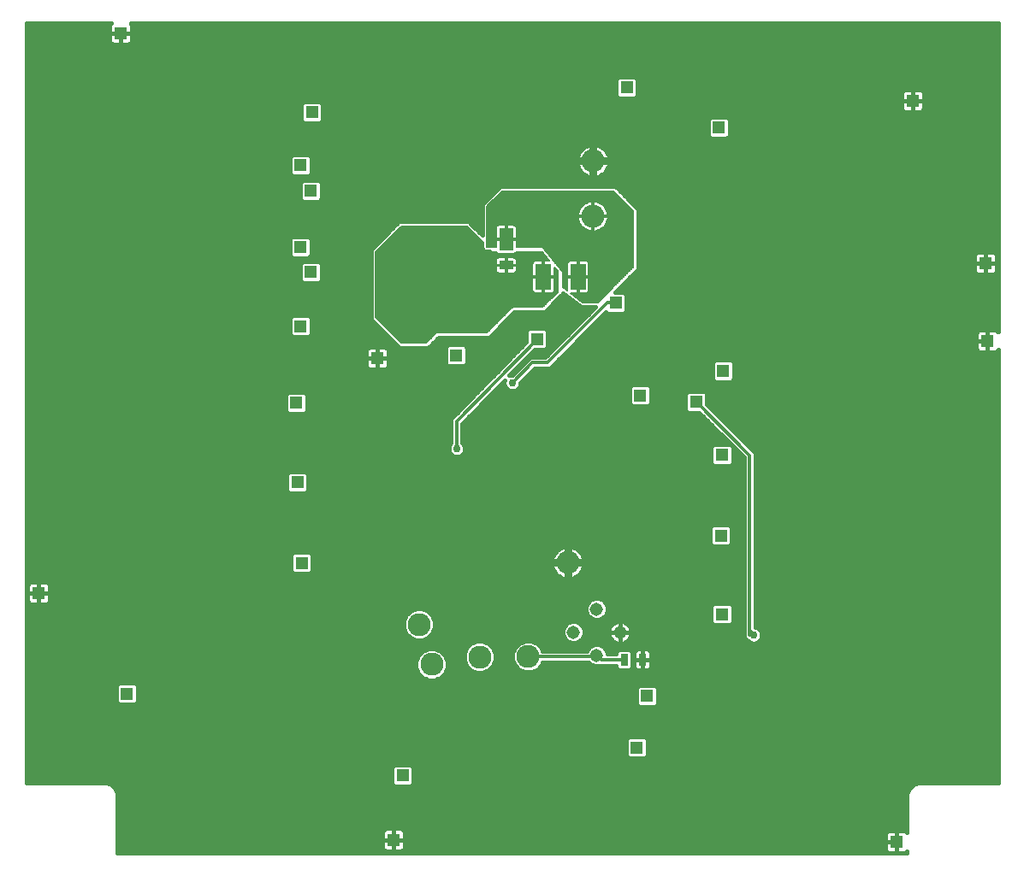
<source format=gbl>
G75*
%MOIN*%
%OFA0B0*%
%FSLAX25Y25*%
%IPPOS*%
%LPD*%
%AMOC8*
5,1,8,0,0,1.08239X$1,22.5*
%
%ADD10R,0.03150X0.04724*%
%ADD11C,0.05150*%
%ADD12C,0.09000*%
%ADD13R,0.05150X0.05150*%
%ADD14R,0.05512X0.08661*%
%ADD15R,0.05512X0.03543*%
%ADD16R,0.05984X0.10000*%
%ADD17R,0.05945X0.10000*%
%ADD18C,0.01600*%
%ADD19OC8,0.16835*%
%ADD20C,0.02978*%
%ADD21C,0.01181*%
%ADD22C,0.04592*%
%ADD23C,0.00600*%
D10*
X0315121Y0201229D03*
X0322208Y0201229D03*
D11*
X0313344Y0211980D03*
X0304313Y0202952D03*
X0295281Y0211980D03*
X0304313Y0221007D03*
D12*
X0293060Y0239123D03*
X0277598Y0202525D03*
X0258756Y0202378D03*
X0240028Y0199432D03*
X0235142Y0214964D03*
X0302902Y0374162D03*
X0302902Y0395816D03*
D13*
X0316013Y0424398D03*
X0351894Y0408769D03*
X0311721Y0340422D03*
X0281013Y0326249D03*
X0249517Y0319950D03*
X0218808Y0318769D03*
X0188879Y0331367D03*
X0192910Y0352391D03*
X0188847Y0362194D03*
X0192942Y0384162D03*
X0188847Y0394123D03*
X0193335Y0414871D03*
X0118894Y0445698D03*
X0187304Y0301524D03*
X0187698Y0270501D03*
X0189343Y0239005D03*
X0121257Y0187981D03*
X0086934Y0227194D03*
X0225099Y0131052D03*
X0228737Y0156091D03*
X0319981Y0166957D03*
X0323942Y0187194D03*
X0353146Y0219005D03*
X0352753Y0249713D03*
X0353146Y0281131D03*
X0343099Y0301871D03*
X0353540Y0313887D03*
X0321209Y0304328D03*
X0427430Y0419280D03*
X0455879Y0355934D03*
X0456595Y0325619D03*
X0421233Y0130265D03*
D14*
X0269044Y0365107D03*
D15*
X0269044Y0355068D03*
D16*
X0283572Y0350540D03*
D17*
X0297036Y0350540D03*
D18*
X0117557Y0148898D02*
X0117557Y0125825D01*
X0425255Y0125825D01*
X0425255Y0126596D01*
X0425248Y0126585D01*
X0424913Y0126249D01*
X0424503Y0126012D01*
X0424045Y0125890D01*
X0421233Y0125890D01*
X0421233Y0130264D01*
X0421233Y0130264D01*
X0421233Y0125890D01*
X0418421Y0125890D01*
X0417963Y0126012D01*
X0417553Y0126249D01*
X0417218Y0126585D01*
X0416981Y0126995D01*
X0416858Y0127453D01*
X0416858Y0130264D01*
X0421233Y0130264D01*
X0421233Y0130265D01*
X0421233Y0134639D01*
X0418421Y0134639D01*
X0417963Y0134517D01*
X0417553Y0134280D01*
X0417218Y0133945D01*
X0416981Y0133534D01*
X0416858Y0133076D01*
X0416858Y0130265D01*
X0421233Y0130265D01*
X0421233Y0130265D01*
X0421233Y0134639D01*
X0424045Y0134639D01*
X0424503Y0134517D01*
X0424913Y0134280D01*
X0425248Y0133945D01*
X0425255Y0133933D01*
X0425255Y0148898D01*
X0426108Y0150956D01*
X0427683Y0152532D01*
X0429741Y0153384D01*
X0460688Y0153384D01*
X0460688Y0322074D01*
X0460610Y0321939D01*
X0460275Y0321604D01*
X0459865Y0321367D01*
X0459407Y0321244D01*
X0456595Y0321244D01*
X0456595Y0325619D01*
X0456595Y0325619D01*
X0452220Y0325619D01*
X0452220Y0328431D01*
X0452343Y0328888D01*
X0452580Y0329299D01*
X0452915Y0329634D01*
X0453326Y0329871D01*
X0453783Y0329994D01*
X0456595Y0329994D01*
X0456595Y0325619D01*
X0456595Y0325619D01*
X0452220Y0325619D01*
X0452220Y0322807D01*
X0452343Y0322349D01*
X0452580Y0321939D01*
X0452915Y0321604D01*
X0453326Y0321367D01*
X0453783Y0321244D01*
X0456595Y0321244D01*
X0456595Y0325619D01*
X0456595Y0325619D01*
X0456595Y0329994D01*
X0459407Y0329994D01*
X0459865Y0329871D01*
X0460275Y0329634D01*
X0460610Y0329299D01*
X0460688Y0329164D01*
X0460688Y0449539D01*
X0122749Y0449539D01*
X0122910Y0449378D01*
X0123147Y0448967D01*
X0123269Y0448509D01*
X0123269Y0445698D01*
X0118895Y0445698D01*
X0118895Y0445698D01*
X0123269Y0445698D01*
X0123269Y0442886D01*
X0123147Y0442428D01*
X0122910Y0442018D01*
X0122575Y0441682D01*
X0122164Y0441445D01*
X0121706Y0441323D01*
X0118895Y0441323D01*
X0118895Y0445698D01*
X0118894Y0445698D01*
X0118894Y0445698D01*
X0114520Y0445698D01*
X0114520Y0448509D01*
X0114642Y0448967D01*
X0114879Y0449378D01*
X0115040Y0449539D01*
X0082124Y0449539D01*
X0082124Y0153384D01*
X0113071Y0153384D01*
X0115130Y0152532D01*
X0116705Y0150956D01*
X0117557Y0148898D01*
X0117516Y0148998D02*
X0425297Y0148998D01*
X0425255Y0147400D02*
X0117557Y0147400D01*
X0117557Y0145801D02*
X0425255Y0145801D01*
X0425255Y0144203D02*
X0117557Y0144203D01*
X0117557Y0142604D02*
X0425255Y0142604D01*
X0425255Y0141006D02*
X0117557Y0141006D01*
X0117557Y0139407D02*
X0425255Y0139407D01*
X0425255Y0137809D02*
X0117557Y0137809D01*
X0117557Y0136210D02*
X0425255Y0136210D01*
X0425255Y0134612D02*
X0424148Y0134612D01*
X0421233Y0134612D02*
X0421233Y0134612D01*
X0421233Y0133013D02*
X0421233Y0133013D01*
X0421233Y0131415D02*
X0421233Y0131415D01*
X0421233Y0129816D02*
X0421233Y0129816D01*
X0421233Y0128218D02*
X0421233Y0128218D01*
X0421233Y0126619D02*
X0421233Y0126619D01*
X0417198Y0126619D02*
X0117557Y0126619D01*
X0117557Y0128218D02*
X0220730Y0128218D01*
X0220724Y0128240D02*
X0220847Y0127782D01*
X0221084Y0127372D01*
X0221419Y0127037D01*
X0221830Y0126800D01*
X0222287Y0126677D01*
X0225099Y0126677D01*
X0225099Y0131052D01*
X0225099Y0131052D01*
X0220724Y0131052D01*
X0220724Y0133864D01*
X0220847Y0134322D01*
X0221084Y0134732D01*
X0221419Y0135067D01*
X0221830Y0135304D01*
X0222287Y0135427D01*
X0225099Y0135427D01*
X0225099Y0131052D01*
X0220724Y0131052D01*
X0220724Y0128240D01*
X0220724Y0129816D02*
X0117557Y0129816D01*
X0117557Y0131415D02*
X0220724Y0131415D01*
X0220724Y0133013D02*
X0117557Y0133013D01*
X0117557Y0134612D02*
X0221015Y0134612D01*
X0225099Y0134612D02*
X0225099Y0134612D01*
X0225099Y0135427D02*
X0227911Y0135427D01*
X0228369Y0135304D01*
X0228779Y0135067D01*
X0229114Y0134732D01*
X0229351Y0134322D01*
X0229474Y0133864D01*
X0229474Y0131052D01*
X0225099Y0131052D01*
X0225099Y0131052D01*
X0225099Y0131052D01*
X0225099Y0135427D01*
X0225099Y0133013D02*
X0225099Y0133013D01*
X0225099Y0131415D02*
X0225099Y0131415D01*
X0225099Y0131052D02*
X0225099Y0131052D01*
X0225099Y0126677D01*
X0227911Y0126677D01*
X0228369Y0126800D01*
X0228779Y0127037D01*
X0229114Y0127372D01*
X0229351Y0127782D01*
X0229474Y0128240D01*
X0229474Y0131052D01*
X0225099Y0131052D01*
X0225099Y0129816D02*
X0225099Y0129816D01*
X0225099Y0128218D02*
X0225099Y0128218D01*
X0229468Y0128218D02*
X0416858Y0128218D01*
X0416858Y0129816D02*
X0229474Y0129816D01*
X0229474Y0131415D02*
X0416858Y0131415D01*
X0416858Y0133013D02*
X0229474Y0133013D01*
X0229184Y0134612D02*
X0418318Y0134612D01*
X0425959Y0150597D02*
X0116854Y0150597D01*
X0115466Y0152195D02*
X0225221Y0152195D01*
X0225499Y0151917D02*
X0231975Y0151917D01*
X0232912Y0152854D01*
X0232912Y0159329D01*
X0231975Y0160266D01*
X0225499Y0160266D01*
X0224562Y0159329D01*
X0224562Y0152854D01*
X0225499Y0151917D01*
X0224562Y0153794D02*
X0082124Y0153794D01*
X0082124Y0155392D02*
X0224562Y0155392D01*
X0224562Y0156991D02*
X0082124Y0156991D01*
X0082124Y0158589D02*
X0224562Y0158589D01*
X0225421Y0160188D02*
X0082124Y0160188D01*
X0082124Y0161786D02*
X0460688Y0161786D01*
X0460688Y0160188D02*
X0232053Y0160188D01*
X0232912Y0158589D02*
X0460688Y0158589D01*
X0460688Y0156991D02*
X0232912Y0156991D01*
X0232912Y0155392D02*
X0460688Y0155392D01*
X0460688Y0153794D02*
X0232912Y0153794D01*
X0232253Y0152195D02*
X0427347Y0152195D01*
X0460688Y0163385D02*
X0323821Y0163385D01*
X0324156Y0163720D02*
X0323219Y0162783D01*
X0316744Y0162783D01*
X0315806Y0163720D01*
X0315806Y0170195D01*
X0316744Y0171132D01*
X0323219Y0171132D01*
X0324156Y0170195D01*
X0324156Y0163720D01*
X0324156Y0164984D02*
X0460688Y0164984D01*
X0460688Y0166582D02*
X0324156Y0166582D01*
X0324156Y0168181D02*
X0460688Y0168181D01*
X0460688Y0169779D02*
X0324156Y0169779D01*
X0315806Y0169779D02*
X0082124Y0169779D01*
X0082124Y0168181D02*
X0315806Y0168181D01*
X0315806Y0166582D02*
X0082124Y0166582D01*
X0082124Y0164984D02*
X0315806Y0164984D01*
X0316141Y0163385D02*
X0082124Y0163385D01*
X0082124Y0171378D02*
X0460688Y0171378D01*
X0460688Y0172976D02*
X0082124Y0172976D01*
X0082124Y0174575D02*
X0460688Y0174575D01*
X0460688Y0176173D02*
X0082124Y0176173D01*
X0082124Y0177772D02*
X0460688Y0177772D01*
X0460688Y0179370D02*
X0082124Y0179370D01*
X0082124Y0180969D02*
X0460688Y0180969D01*
X0460688Y0182567D02*
X0082124Y0182567D01*
X0082124Y0184166D02*
X0117660Y0184166D01*
X0118019Y0183806D02*
X0124494Y0183806D01*
X0125431Y0184744D01*
X0125431Y0191219D01*
X0124494Y0192156D01*
X0118019Y0192156D01*
X0117082Y0191219D01*
X0117082Y0184744D01*
X0118019Y0183806D01*
X0117082Y0185764D02*
X0082124Y0185764D01*
X0082124Y0187363D02*
X0117082Y0187363D01*
X0117082Y0188961D02*
X0082124Y0188961D01*
X0082124Y0190560D02*
X0117082Y0190560D01*
X0125431Y0190560D02*
X0319895Y0190560D01*
X0319767Y0190431D02*
X0320704Y0191368D01*
X0327179Y0191368D01*
X0328117Y0190431D01*
X0328117Y0183956D01*
X0327179Y0183019D01*
X0320704Y0183019D01*
X0319767Y0183956D01*
X0319767Y0190431D01*
X0319767Y0188961D02*
X0125431Y0188961D01*
X0125431Y0187363D02*
X0319767Y0187363D01*
X0319767Y0185764D02*
X0125431Y0185764D01*
X0124854Y0184166D02*
X0319767Y0184166D01*
X0328117Y0184166D02*
X0460688Y0184166D01*
X0460688Y0185764D02*
X0328117Y0185764D01*
X0328117Y0187363D02*
X0460688Y0187363D01*
X0460688Y0188961D02*
X0328117Y0188961D01*
X0327988Y0190560D02*
X0460688Y0190560D01*
X0460688Y0192158D02*
X0082124Y0192158D01*
X0082124Y0193757D02*
X0237789Y0193757D01*
X0238815Y0193332D02*
X0241242Y0193332D01*
X0243484Y0194261D01*
X0245200Y0195977D01*
X0246128Y0198219D01*
X0246128Y0200645D01*
X0245200Y0202887D01*
X0243484Y0204603D01*
X0241242Y0205532D01*
X0238815Y0205532D01*
X0236573Y0204603D01*
X0234857Y0202887D01*
X0233928Y0200645D01*
X0233928Y0198219D01*
X0234857Y0195977D01*
X0236573Y0194261D01*
X0238815Y0193332D01*
X0242267Y0193757D02*
X0460688Y0193757D01*
X0460688Y0195355D02*
X0244578Y0195355D01*
X0245604Y0196954D02*
X0255912Y0196954D01*
X0255301Y0197207D02*
X0257543Y0196278D01*
X0259970Y0196278D01*
X0262212Y0197207D01*
X0263928Y0198923D01*
X0264856Y0201165D01*
X0264856Y0203592D01*
X0263928Y0205834D01*
X0262212Y0207549D01*
X0259970Y0208478D01*
X0257543Y0208478D01*
X0255301Y0207549D01*
X0253585Y0205834D01*
X0252656Y0203592D01*
X0252656Y0201165D01*
X0253585Y0198923D01*
X0255301Y0197207D01*
X0253956Y0198552D02*
X0246128Y0198552D01*
X0246128Y0200151D02*
X0253076Y0200151D01*
X0252656Y0201749D02*
X0245671Y0201749D01*
X0244739Y0203348D02*
X0252656Y0203348D01*
X0253218Y0204946D02*
X0242655Y0204946D01*
X0237401Y0204946D02*
X0082124Y0204946D01*
X0082124Y0203348D02*
X0235317Y0203348D01*
X0234386Y0201749D02*
X0082124Y0201749D01*
X0082124Y0200151D02*
X0233928Y0200151D01*
X0233928Y0198552D02*
X0082124Y0198552D01*
X0082124Y0196954D02*
X0234452Y0196954D01*
X0235478Y0195355D02*
X0082124Y0195355D01*
X0082124Y0206545D02*
X0254296Y0206545D01*
X0256735Y0208143D02*
X0082124Y0208143D01*
X0082124Y0209742D02*
X0231809Y0209742D01*
X0231687Y0209792D02*
X0233929Y0208864D01*
X0236355Y0208864D01*
X0238597Y0209792D01*
X0240313Y0211508D01*
X0241242Y0213750D01*
X0241242Y0216177D01*
X0240313Y0218419D01*
X0238597Y0220135D01*
X0236355Y0221064D01*
X0233929Y0221064D01*
X0231687Y0220135D01*
X0229971Y0218419D01*
X0229042Y0216177D01*
X0229042Y0213750D01*
X0229971Y0211508D01*
X0231687Y0209792D01*
X0230139Y0211340D02*
X0082124Y0211340D01*
X0082124Y0212939D02*
X0229378Y0212939D01*
X0229042Y0214537D02*
X0082124Y0214537D01*
X0082124Y0216136D02*
X0229042Y0216136D01*
X0229687Y0217734D02*
X0082124Y0217734D01*
X0082124Y0219333D02*
X0230884Y0219333D01*
X0233609Y0220931D02*
X0082124Y0220931D01*
X0082124Y0222530D02*
X0300425Y0222530D01*
X0300138Y0221838D02*
X0300138Y0220177D01*
X0300774Y0218643D01*
X0301948Y0217468D01*
X0303483Y0216833D01*
X0305143Y0216833D01*
X0306678Y0217468D01*
X0307852Y0218643D01*
X0308488Y0220177D01*
X0308488Y0221838D01*
X0307852Y0223372D01*
X0306678Y0224547D01*
X0305143Y0225182D01*
X0303483Y0225182D01*
X0301948Y0224547D01*
X0300774Y0223372D01*
X0300138Y0221838D01*
X0300138Y0220931D02*
X0236675Y0220931D01*
X0239399Y0219333D02*
X0300488Y0219333D01*
X0301682Y0217734D02*
X0240597Y0217734D01*
X0241242Y0216136D02*
X0294406Y0216136D01*
X0294451Y0216155D02*
X0292917Y0215519D01*
X0291742Y0214345D01*
X0291107Y0212810D01*
X0291107Y0211149D01*
X0291742Y0209615D01*
X0292917Y0208441D01*
X0294451Y0207805D01*
X0296112Y0207805D01*
X0297646Y0208441D01*
X0298821Y0209615D01*
X0299456Y0211149D01*
X0299456Y0212810D01*
X0298821Y0214345D01*
X0297646Y0215519D01*
X0296112Y0216155D01*
X0294451Y0216155D01*
X0296157Y0216136D02*
X0311978Y0216136D01*
X0311665Y0216034D02*
X0311052Y0215722D01*
X0310494Y0215317D01*
X0310008Y0214830D01*
X0309603Y0214273D01*
X0309290Y0213659D01*
X0309077Y0213004D01*
X0308970Y0212324D01*
X0308970Y0211980D01*
X0313344Y0211980D01*
X0313344Y0211980D01*
X0308970Y0211980D01*
X0308970Y0211636D01*
X0309077Y0210955D01*
X0309290Y0210301D01*
X0309603Y0209687D01*
X0310008Y0209130D01*
X0310494Y0208643D01*
X0311052Y0208238D01*
X0311665Y0207926D01*
X0312320Y0207713D01*
X0313000Y0207605D01*
X0313344Y0207605D01*
X0313344Y0211980D01*
X0313344Y0216355D01*
X0313000Y0216355D01*
X0312320Y0216247D01*
X0311665Y0216034D01*
X0313344Y0216136D02*
X0313344Y0216136D01*
X0313344Y0216355D02*
X0313344Y0211980D01*
X0313344Y0211980D01*
X0313344Y0211980D01*
X0313345Y0211980D02*
X0317719Y0211980D01*
X0317719Y0212324D01*
X0317612Y0213004D01*
X0317399Y0213659D01*
X0317086Y0214273D01*
X0316681Y0214830D01*
X0316194Y0215317D01*
X0315637Y0215722D01*
X0315024Y0216034D01*
X0314369Y0216247D01*
X0313689Y0216355D01*
X0313344Y0216355D01*
X0314711Y0216136D02*
X0348972Y0216136D01*
X0348972Y0215767D02*
X0349909Y0214830D01*
X0356384Y0214830D01*
X0357321Y0215767D01*
X0357321Y0222242D01*
X0356384Y0223180D01*
X0349909Y0223180D01*
X0348972Y0222242D01*
X0348972Y0215767D01*
X0348972Y0217734D02*
X0306944Y0217734D01*
X0308138Y0219333D02*
X0348972Y0219333D01*
X0348972Y0220931D02*
X0308488Y0220931D01*
X0308201Y0222530D02*
X0349259Y0222530D01*
X0357034Y0222530D02*
X0361735Y0222530D01*
X0361735Y0224128D02*
X0307096Y0224128D01*
X0301530Y0224128D02*
X0091241Y0224128D01*
X0091186Y0223924D02*
X0091309Y0224382D01*
X0091309Y0227194D01*
X0091309Y0230005D01*
X0091186Y0230463D01*
X0090949Y0230874D01*
X0090614Y0231209D01*
X0090203Y0231446D01*
X0089746Y0231568D01*
X0086934Y0231568D01*
X0086934Y0227194D01*
X0086934Y0227194D01*
X0091309Y0227194D01*
X0086934Y0227194D01*
X0086934Y0227194D01*
X0086934Y0231568D01*
X0084122Y0231568D01*
X0083664Y0231446D01*
X0083254Y0231209D01*
X0082919Y0230874D01*
X0082682Y0230463D01*
X0082559Y0230005D01*
X0082559Y0227194D01*
X0086934Y0227194D01*
X0086934Y0227194D01*
X0086934Y0222819D01*
X0089746Y0222819D01*
X0090203Y0222942D01*
X0090614Y0223179D01*
X0090949Y0223514D01*
X0091186Y0223924D01*
X0091309Y0225727D02*
X0361735Y0225727D01*
X0361735Y0227325D02*
X0091309Y0227325D01*
X0091309Y0228924D02*
X0361735Y0228924D01*
X0361735Y0230522D02*
X0091152Y0230522D01*
X0086934Y0230522D02*
X0086934Y0230522D01*
X0086934Y0228924D02*
X0086934Y0228924D01*
X0086934Y0227325D02*
X0086934Y0227325D01*
X0086934Y0227194D02*
X0082559Y0227194D01*
X0082559Y0224382D01*
X0082682Y0223924D01*
X0082919Y0223514D01*
X0083254Y0223179D01*
X0083664Y0222942D01*
X0084122Y0222819D01*
X0086934Y0222819D01*
X0086934Y0227194D01*
X0086934Y0227194D01*
X0086934Y0225727D02*
X0086934Y0225727D01*
X0086934Y0224128D02*
X0086934Y0224128D01*
X0082627Y0224128D02*
X0082124Y0224128D01*
X0082124Y0225727D02*
X0082559Y0225727D01*
X0082559Y0227325D02*
X0082124Y0227325D01*
X0082124Y0228924D02*
X0082559Y0228924D01*
X0082716Y0230522D02*
X0082124Y0230522D01*
X0082124Y0232121D02*
X0361735Y0232121D01*
X0361735Y0233720D02*
X0296332Y0233720D01*
X0296362Y0233735D02*
X0297164Y0234317D01*
X0297865Y0235019D01*
X0298448Y0235821D01*
X0298898Y0236704D01*
X0299205Y0237648D01*
X0299327Y0238423D01*
X0293760Y0238423D01*
X0293760Y0239823D01*
X0299327Y0239823D01*
X0299205Y0240598D01*
X0298898Y0241541D01*
X0298448Y0242425D01*
X0297865Y0243227D01*
X0297164Y0243928D01*
X0296362Y0244511D01*
X0295478Y0244961D01*
X0294535Y0245268D01*
X0293760Y0245390D01*
X0293760Y0239823D01*
X0292360Y0239823D01*
X0292360Y0245390D01*
X0291585Y0245268D01*
X0290641Y0244961D01*
X0289758Y0244511D01*
X0288956Y0243928D01*
X0288254Y0243227D01*
X0287672Y0242425D01*
X0287221Y0241541D01*
X0286915Y0240598D01*
X0286792Y0239823D01*
X0292360Y0239823D01*
X0292360Y0238423D01*
X0293760Y0238423D01*
X0293760Y0232855D01*
X0294535Y0232978D01*
X0295478Y0233284D01*
X0296362Y0233735D01*
X0298083Y0235318D02*
X0361735Y0235318D01*
X0361735Y0236917D02*
X0298967Y0236917D01*
X0299281Y0240114D02*
X0361735Y0240114D01*
X0361735Y0241712D02*
X0298811Y0241712D01*
X0297782Y0243311D02*
X0361735Y0243311D01*
X0361735Y0244909D02*
X0295581Y0244909D01*
X0293760Y0244909D02*
X0292360Y0244909D01*
X0292360Y0243311D02*
X0293760Y0243311D01*
X0293760Y0241712D02*
X0292360Y0241712D01*
X0292360Y0240114D02*
X0293760Y0240114D01*
X0293760Y0238515D02*
X0361735Y0238515D01*
X0366117Y0238515D02*
X0460688Y0238515D01*
X0460688Y0236917D02*
X0366117Y0236917D01*
X0366117Y0235318D02*
X0460688Y0235318D01*
X0460688Y0233720D02*
X0366117Y0233720D01*
X0366117Y0232121D02*
X0460688Y0232121D01*
X0460688Y0230522D02*
X0366117Y0230522D01*
X0366117Y0228924D02*
X0460688Y0228924D01*
X0460688Y0227325D02*
X0366117Y0227325D01*
X0366117Y0225727D02*
X0460688Y0225727D01*
X0460688Y0224128D02*
X0366117Y0224128D01*
X0366117Y0222530D02*
X0460688Y0222530D01*
X0460688Y0220931D02*
X0366117Y0220931D01*
X0366117Y0219333D02*
X0460688Y0219333D01*
X0460688Y0217734D02*
X0366117Y0217734D01*
X0366117Y0216136D02*
X0460688Y0216136D01*
X0460688Y0214537D02*
X0366117Y0214537D01*
X0366117Y0213865D02*
X0366117Y0281951D01*
X0347274Y0300794D01*
X0347274Y0305108D01*
X0346337Y0306046D01*
X0339862Y0306046D01*
X0338924Y0305108D01*
X0338924Y0298633D01*
X0339862Y0297696D01*
X0344176Y0297696D01*
X0361735Y0280137D01*
X0361735Y0209869D01*
X0363019Y0208586D01*
X0363340Y0208586D01*
X0363768Y0208158D01*
X0364903Y0207687D01*
X0366132Y0207687D01*
X0367267Y0208158D01*
X0368136Y0209027D01*
X0368607Y0210162D01*
X0368607Y0211391D01*
X0368136Y0212526D01*
X0367267Y0213395D01*
X0366132Y0213865D01*
X0366117Y0213865D01*
X0367724Y0212939D02*
X0460688Y0212939D01*
X0460688Y0211340D02*
X0368607Y0211340D01*
X0368433Y0209742D02*
X0460688Y0209742D01*
X0460688Y0208143D02*
X0367233Y0208143D01*
X0363803Y0208143D02*
X0315451Y0208143D01*
X0315637Y0208238D02*
X0316194Y0208643D01*
X0316681Y0209130D01*
X0317086Y0209687D01*
X0317399Y0210301D01*
X0317612Y0210955D01*
X0317719Y0211636D01*
X0317719Y0211980D01*
X0313345Y0211980D01*
X0313345Y0211980D01*
X0313344Y0211980D02*
X0313344Y0207605D01*
X0313689Y0207605D01*
X0314369Y0207713D01*
X0315024Y0207926D01*
X0315637Y0208238D01*
X0317114Y0209742D02*
X0361863Y0209742D01*
X0361735Y0211340D02*
X0317672Y0211340D01*
X0317622Y0212939D02*
X0361735Y0212939D01*
X0361735Y0214537D02*
X0316894Y0214537D01*
X0313344Y0214537D02*
X0313344Y0214537D01*
X0313344Y0212939D02*
X0313344Y0212939D01*
X0313344Y0211340D02*
X0313344Y0211340D01*
X0313344Y0209742D02*
X0313344Y0209742D01*
X0313344Y0208143D02*
X0313344Y0208143D01*
X0311238Y0208143D02*
X0296929Y0208143D01*
X0298873Y0209742D02*
X0309575Y0209742D01*
X0309016Y0211340D02*
X0299456Y0211340D01*
X0299403Y0212939D02*
X0309067Y0212939D01*
X0309795Y0214537D02*
X0298628Y0214537D01*
X0291935Y0214537D02*
X0241242Y0214537D01*
X0240906Y0212939D02*
X0291160Y0212939D01*
X0291107Y0211340D02*
X0240145Y0211340D01*
X0238475Y0209742D02*
X0291690Y0209742D01*
X0293634Y0208143D02*
X0279975Y0208143D01*
X0281054Y0207696D02*
X0278812Y0208625D01*
X0276385Y0208625D01*
X0274143Y0207696D01*
X0272427Y0205980D01*
X0271498Y0203738D01*
X0271498Y0201312D01*
X0272427Y0199070D01*
X0274143Y0197354D01*
X0276385Y0196425D01*
X0278812Y0196425D01*
X0281054Y0197354D01*
X0282770Y0199070D01*
X0283294Y0200335D01*
X0301027Y0200335D01*
X0301948Y0199413D01*
X0303483Y0198777D01*
X0305143Y0198777D01*
X0305774Y0199039D01*
X0311947Y0199039D01*
X0311947Y0198204D01*
X0312884Y0197267D01*
X0317359Y0197267D01*
X0318296Y0198204D01*
X0318296Y0204254D01*
X0317359Y0205191D01*
X0312884Y0205191D01*
X0311947Y0204254D01*
X0311947Y0203420D01*
X0308488Y0203420D01*
X0308488Y0203783D01*
X0307852Y0205317D01*
X0306678Y0206492D01*
X0305143Y0207127D01*
X0303483Y0207127D01*
X0301948Y0206492D01*
X0300774Y0205317D01*
X0300525Y0204716D01*
X0283294Y0204716D01*
X0282770Y0205980D01*
X0281054Y0207696D01*
X0282205Y0206545D02*
X0302077Y0206545D01*
X0300620Y0204946D02*
X0283198Y0204946D01*
X0283217Y0200151D02*
X0301210Y0200151D01*
X0308006Y0204946D02*
X0312639Y0204946D01*
X0317604Y0204946D02*
X0319442Y0204946D01*
X0319528Y0205032D02*
X0319193Y0204697D01*
X0318956Y0204286D01*
X0318833Y0203828D01*
X0318833Y0201229D01*
X0318833Y0198630D01*
X0318956Y0198172D01*
X0319193Y0197762D01*
X0319528Y0197427D01*
X0319938Y0197190D01*
X0320396Y0197067D01*
X0322208Y0197067D01*
X0322208Y0201229D01*
X0322208Y0201229D01*
X0322208Y0197067D01*
X0324020Y0197067D01*
X0324478Y0197190D01*
X0324888Y0197427D01*
X0325223Y0197762D01*
X0325460Y0198172D01*
X0325583Y0198630D01*
X0325583Y0201229D01*
X0322208Y0201229D01*
X0318833Y0201229D01*
X0322208Y0201229D01*
X0322208Y0201229D01*
X0322208Y0201229D01*
X0325583Y0201229D01*
X0325583Y0203828D01*
X0325460Y0204286D01*
X0325223Y0204697D01*
X0324888Y0205032D01*
X0324478Y0205269D01*
X0324020Y0205391D01*
X0322208Y0205391D01*
X0320396Y0205391D01*
X0319938Y0205269D01*
X0319528Y0205032D01*
X0318833Y0203348D02*
X0318296Y0203348D01*
X0318296Y0201749D02*
X0318833Y0201749D01*
X0318833Y0200151D02*
X0318296Y0200151D01*
X0318296Y0198552D02*
X0318854Y0198552D01*
X0322208Y0198552D02*
X0322208Y0198552D01*
X0322208Y0200151D02*
X0322208Y0200151D01*
X0322208Y0201229D02*
X0322208Y0205391D01*
X0322208Y0201229D01*
X0322208Y0201229D01*
X0322208Y0201749D02*
X0322208Y0201749D01*
X0322208Y0203348D02*
X0322208Y0203348D01*
X0322208Y0204946D02*
X0322208Y0204946D01*
X0324974Y0204946D02*
X0460688Y0204946D01*
X0460688Y0203348D02*
X0325583Y0203348D01*
X0325583Y0201749D02*
X0460688Y0201749D01*
X0460688Y0200151D02*
X0325583Y0200151D01*
X0325562Y0198552D02*
X0460688Y0198552D01*
X0460688Y0196954D02*
X0280088Y0196954D01*
X0282252Y0198552D02*
X0311947Y0198552D01*
X0306549Y0206545D02*
X0460688Y0206545D01*
X0460688Y0240114D02*
X0366117Y0240114D01*
X0366117Y0241712D02*
X0460688Y0241712D01*
X0460688Y0243311D02*
X0366117Y0243311D01*
X0366117Y0244909D02*
X0460688Y0244909D01*
X0460688Y0246508D02*
X0366117Y0246508D01*
X0366117Y0248106D02*
X0460688Y0248106D01*
X0460688Y0249705D02*
X0366117Y0249705D01*
X0366117Y0251303D02*
X0460688Y0251303D01*
X0460688Y0252902D02*
X0366117Y0252902D01*
X0366117Y0254500D02*
X0460688Y0254500D01*
X0460688Y0256099D02*
X0366117Y0256099D01*
X0366117Y0257697D02*
X0460688Y0257697D01*
X0460688Y0259296D02*
X0366117Y0259296D01*
X0366117Y0260894D02*
X0460688Y0260894D01*
X0460688Y0262493D02*
X0366117Y0262493D01*
X0366117Y0264091D02*
X0460688Y0264091D01*
X0460688Y0265690D02*
X0366117Y0265690D01*
X0366117Y0267288D02*
X0460688Y0267288D01*
X0460688Y0268887D02*
X0366117Y0268887D01*
X0366117Y0270485D02*
X0460688Y0270485D01*
X0460688Y0272084D02*
X0366117Y0272084D01*
X0366117Y0273682D02*
X0460688Y0273682D01*
X0460688Y0275281D02*
X0366117Y0275281D01*
X0366117Y0276879D02*
X0460688Y0276879D01*
X0460688Y0278478D02*
X0366117Y0278478D01*
X0366117Y0280076D02*
X0460688Y0280076D01*
X0460688Y0281675D02*
X0366117Y0281675D01*
X0364795Y0283273D02*
X0460688Y0283273D01*
X0460688Y0284872D02*
X0363196Y0284872D01*
X0361598Y0286470D02*
X0460688Y0286470D01*
X0460688Y0288069D02*
X0359999Y0288069D01*
X0358401Y0289667D02*
X0460688Y0289667D01*
X0460688Y0291266D02*
X0356802Y0291266D01*
X0355204Y0292864D02*
X0460688Y0292864D01*
X0460688Y0294463D02*
X0353605Y0294463D01*
X0352007Y0296061D02*
X0460688Y0296061D01*
X0460688Y0297660D02*
X0350408Y0297660D01*
X0348809Y0299258D02*
X0460688Y0299258D01*
X0460688Y0300857D02*
X0347274Y0300857D01*
X0347274Y0302455D02*
X0460688Y0302455D01*
X0460688Y0304054D02*
X0347274Y0304054D01*
X0346730Y0305653D02*
X0460688Y0305653D01*
X0460688Y0307251D02*
X0325384Y0307251D01*
X0325384Y0307565D02*
X0324447Y0308502D01*
X0317972Y0308502D01*
X0317035Y0307565D01*
X0317035Y0301090D01*
X0317972Y0300153D01*
X0324447Y0300153D01*
X0325384Y0301090D01*
X0325384Y0307565D01*
X0325384Y0305653D02*
X0339469Y0305653D01*
X0338924Y0304054D02*
X0325384Y0304054D01*
X0325384Y0302455D02*
X0338924Y0302455D01*
X0338924Y0300857D02*
X0325151Y0300857D01*
X0317268Y0300857D02*
X0259305Y0300857D01*
X0260864Y0302455D02*
X0317035Y0302455D01*
X0317035Y0304054D02*
X0262423Y0304054D01*
X0263982Y0305653D02*
X0317035Y0305653D01*
X0317035Y0307251D02*
X0273824Y0307251D01*
X0274025Y0307452D02*
X0274495Y0308587D01*
X0274495Y0309193D01*
X0280188Y0314885D01*
X0286093Y0314885D01*
X0307970Y0336761D01*
X0308484Y0336247D01*
X0314959Y0336247D01*
X0315896Y0337184D01*
X0315896Y0343660D01*
X0314959Y0344597D01*
X0311457Y0344597D01*
X0319437Y0352577D01*
X0320550Y0353690D01*
X0320550Y0376918D01*
X0312676Y0384792D01*
X0311563Y0385905D01*
X0266682Y0385905D01*
X0260777Y0379999D01*
X0259664Y0378886D01*
X0259664Y0366938D01*
X0258414Y0368188D01*
X0258414Y0368188D01*
X0255590Y0371012D01*
X0254477Y0372125D01*
X0227312Y0372125D01*
X0217470Y0362283D01*
X0216357Y0361170D01*
X0216357Y0334005D01*
X0226199Y0324163D01*
X0227312Y0323050D01*
X0238729Y0323050D01*
X0242666Y0326987D01*
X0262351Y0326987D01*
X0272193Y0336829D01*
X0284004Y0336829D01*
X0289910Y0342735D01*
X0291023Y0343848D01*
X0291023Y0344280D01*
X0297717Y0339259D01*
X0298178Y0338798D01*
X0298332Y0338798D01*
X0298455Y0338705D01*
X0299100Y0338798D01*
X0303810Y0338798D01*
X0284278Y0319266D01*
X0278373Y0319266D01*
X0277090Y0317983D01*
X0271397Y0312291D01*
X0270792Y0312291D01*
X0270231Y0312058D01*
X0280000Y0322074D01*
X0284250Y0322074D01*
X0285187Y0323011D01*
X0285187Y0329486D01*
X0284250Y0330424D01*
X0277775Y0330424D01*
X0276838Y0329486D01*
X0276838Y0325106D01*
X0248194Y0295741D01*
X0247562Y0295109D01*
X0247562Y0295093D01*
X0247551Y0295082D01*
X0247562Y0294188D01*
X0247562Y0285789D01*
X0247134Y0285361D01*
X0246664Y0284225D01*
X0246664Y0282997D01*
X0247134Y0281861D01*
X0248003Y0280992D01*
X0249138Y0280522D01*
X0250367Y0280522D01*
X0251503Y0280992D01*
X0252371Y0281861D01*
X0252842Y0282997D01*
X0252842Y0284225D01*
X0252371Y0285361D01*
X0251943Y0285789D01*
X0251943Y0293310D01*
X0268519Y0310304D01*
X0268317Y0309816D01*
X0268317Y0308587D01*
X0268788Y0307452D01*
X0269657Y0306583D01*
X0270792Y0306113D01*
X0272021Y0306113D01*
X0273156Y0306583D01*
X0274025Y0307452D01*
X0274495Y0308850D02*
X0460688Y0308850D01*
X0460688Y0310448D02*
X0357514Y0310448D01*
X0357715Y0310649D02*
X0357715Y0317124D01*
X0356778Y0318061D01*
X0350303Y0318061D01*
X0349365Y0317124D01*
X0349365Y0310649D01*
X0350303Y0309712D01*
X0356778Y0309712D01*
X0357715Y0310649D01*
X0357715Y0312047D02*
X0460688Y0312047D01*
X0460688Y0313645D02*
X0357715Y0313645D01*
X0357715Y0315244D02*
X0460688Y0315244D01*
X0460688Y0316842D02*
X0357715Y0316842D01*
X0349365Y0316842D02*
X0288050Y0316842D01*
X0286452Y0315244D02*
X0349365Y0315244D01*
X0349365Y0313645D02*
X0278948Y0313645D01*
X0277349Y0312047D02*
X0349365Y0312047D01*
X0349566Y0310448D02*
X0275751Y0310448D01*
X0272752Y0313645D02*
X0271779Y0313645D01*
X0273338Y0315244D02*
X0274350Y0315244D01*
X0274897Y0316842D02*
X0275949Y0316842D01*
X0276456Y0318441D02*
X0277547Y0318441D01*
X0278016Y0320039D02*
X0285051Y0320039D01*
X0286650Y0321638D02*
X0279575Y0321638D01*
X0276573Y0324835D02*
X0240514Y0324835D01*
X0242112Y0326433D02*
X0276838Y0326433D01*
X0276838Y0328032D02*
X0263396Y0328032D01*
X0264994Y0329630D02*
X0276982Y0329630D01*
X0275014Y0323236D02*
X0253642Y0323236D01*
X0253691Y0323187D02*
X0252754Y0324124D01*
X0246279Y0324124D01*
X0245342Y0323187D01*
X0245342Y0316712D01*
X0246279Y0315775D01*
X0252754Y0315775D01*
X0253691Y0316712D01*
X0253691Y0323187D01*
X0253691Y0321638D02*
X0273455Y0321638D01*
X0271895Y0320039D02*
X0253691Y0320039D01*
X0253691Y0318441D02*
X0270336Y0318441D01*
X0268777Y0316842D02*
X0253691Y0316842D01*
X0260981Y0308850D02*
X0082124Y0308850D01*
X0082124Y0310448D02*
X0262540Y0310448D01*
X0264099Y0312047D02*
X0082124Y0312047D01*
X0082124Y0313645D02*
X0265658Y0313645D01*
X0267218Y0315244D02*
X0222913Y0315244D01*
X0222823Y0315088D02*
X0223060Y0315499D01*
X0223183Y0315957D01*
X0223183Y0318768D01*
X0218808Y0318768D01*
X0218808Y0314394D01*
X0221620Y0314394D01*
X0222077Y0314516D01*
X0222488Y0314753D01*
X0222823Y0315088D01*
X0223183Y0316842D02*
X0245342Y0316842D01*
X0245342Y0318441D02*
X0223183Y0318441D01*
X0223183Y0318769D02*
X0223183Y0321580D01*
X0223060Y0322038D01*
X0222823Y0322449D01*
X0222488Y0322784D01*
X0222077Y0323021D01*
X0221620Y0323143D01*
X0218808Y0323143D01*
X0218808Y0318769D01*
X0218808Y0318769D01*
X0218808Y0323143D01*
X0215996Y0323143D01*
X0215538Y0323021D01*
X0215128Y0322784D01*
X0214793Y0322449D01*
X0214556Y0322038D01*
X0214433Y0321580D01*
X0214433Y0318769D01*
X0218808Y0318769D01*
X0223183Y0318769D01*
X0223183Y0320039D02*
X0245342Y0320039D01*
X0245342Y0321638D02*
X0223167Y0321638D01*
X0225527Y0324835D02*
X0082124Y0324835D01*
X0082124Y0326433D02*
X0223929Y0326433D01*
X0222330Y0328032D02*
X0192956Y0328032D01*
X0193054Y0328129D02*
X0192116Y0327192D01*
X0185641Y0327192D01*
X0184704Y0328129D01*
X0184704Y0334604D01*
X0185641Y0335542D01*
X0192116Y0335542D01*
X0193054Y0334604D01*
X0193054Y0328129D01*
X0193054Y0329630D02*
X0220732Y0329630D01*
X0219133Y0331229D02*
X0193054Y0331229D01*
X0193054Y0332827D02*
X0217535Y0332827D01*
X0216357Y0334426D02*
X0193054Y0334426D01*
X0184704Y0334426D02*
X0082124Y0334426D01*
X0082124Y0336024D02*
X0216357Y0336024D01*
X0216357Y0337623D02*
X0082124Y0337623D01*
X0082124Y0339221D02*
X0216357Y0339221D01*
X0216357Y0340820D02*
X0082124Y0340820D01*
X0082124Y0342418D02*
X0216357Y0342418D01*
X0216357Y0344017D02*
X0082124Y0344017D01*
X0082124Y0345615D02*
X0216357Y0345615D01*
X0216357Y0347214D02*
X0082124Y0347214D01*
X0082124Y0348812D02*
X0189076Y0348812D01*
X0188735Y0349153D02*
X0189673Y0348216D01*
X0196148Y0348216D01*
X0197085Y0349153D01*
X0197085Y0355628D01*
X0196148Y0356565D01*
X0189673Y0356565D01*
X0188735Y0355628D01*
X0188735Y0349153D01*
X0188735Y0350411D02*
X0082124Y0350411D01*
X0082124Y0352009D02*
X0188735Y0352009D01*
X0188735Y0353608D02*
X0082124Y0353608D01*
X0082124Y0355206D02*
X0188735Y0355206D01*
X0185610Y0358019D02*
X0192085Y0358019D01*
X0193022Y0358956D01*
X0193022Y0365431D01*
X0192085Y0366368D01*
X0185610Y0366368D01*
X0184672Y0365431D01*
X0184672Y0358956D01*
X0185610Y0358019D01*
X0185225Y0358403D02*
X0082124Y0358403D01*
X0082124Y0356805D02*
X0216357Y0356805D01*
X0216357Y0358403D02*
X0192469Y0358403D01*
X0193022Y0360002D02*
X0216357Y0360002D01*
X0216787Y0361600D02*
X0193022Y0361600D01*
X0193022Y0363199D02*
X0218386Y0363199D01*
X0219984Y0364797D02*
X0193022Y0364797D01*
X0184672Y0364797D02*
X0082124Y0364797D01*
X0082124Y0363199D02*
X0184672Y0363199D01*
X0184672Y0361600D02*
X0082124Y0361600D01*
X0082124Y0360002D02*
X0184672Y0360002D01*
X0197085Y0355206D02*
X0216357Y0355206D01*
X0216357Y0353608D02*
X0197085Y0353608D01*
X0197085Y0352009D02*
X0216357Y0352009D01*
X0216357Y0350411D02*
X0197085Y0350411D01*
X0196744Y0348812D02*
X0216357Y0348812D01*
X0221583Y0366396D02*
X0082124Y0366396D01*
X0082124Y0367994D02*
X0223181Y0367994D01*
X0224780Y0369593D02*
X0082124Y0369593D01*
X0082124Y0371191D02*
X0226378Y0371191D01*
X0255410Y0371191D02*
X0259664Y0371191D01*
X0259664Y0369593D02*
X0257009Y0369593D01*
X0258607Y0367994D02*
X0259664Y0367994D01*
X0259664Y0372790D02*
X0082124Y0372790D01*
X0082124Y0374388D02*
X0259664Y0374388D01*
X0259664Y0375987D02*
X0082124Y0375987D01*
X0082124Y0377586D02*
X0259664Y0377586D01*
X0259962Y0379184D02*
X0082124Y0379184D01*
X0082124Y0380783D02*
X0188909Y0380783D01*
X0188767Y0380925D02*
X0189704Y0379987D01*
X0196179Y0379987D01*
X0197117Y0380925D01*
X0197117Y0387400D01*
X0196179Y0388337D01*
X0189704Y0388337D01*
X0188767Y0387400D01*
X0188767Y0380925D01*
X0188767Y0382381D02*
X0082124Y0382381D01*
X0082124Y0383980D02*
X0188767Y0383980D01*
X0188767Y0385578D02*
X0082124Y0385578D01*
X0082124Y0387177D02*
X0188767Y0387177D01*
X0185610Y0389948D02*
X0192085Y0389948D01*
X0193022Y0390885D01*
X0193022Y0397360D01*
X0192085Y0398298D01*
X0185610Y0398298D01*
X0184672Y0397360D01*
X0184672Y0390885D01*
X0185610Y0389948D01*
X0185184Y0390374D02*
X0082124Y0390374D01*
X0082124Y0391972D02*
X0184672Y0391972D01*
X0184672Y0393571D02*
X0082124Y0393571D01*
X0082124Y0395169D02*
X0184672Y0395169D01*
X0184672Y0396768D02*
X0082124Y0396768D01*
X0082124Y0398366D02*
X0297131Y0398366D01*
X0297064Y0398234D02*
X0296757Y0397291D01*
X0296635Y0396516D01*
X0302202Y0396516D01*
X0302202Y0395116D01*
X0296635Y0395116D01*
X0296757Y0394340D01*
X0297064Y0393397D01*
X0297514Y0392514D01*
X0298097Y0391712D01*
X0298798Y0391010D01*
X0299600Y0390427D01*
X0300484Y0389977D01*
X0301427Y0389671D01*
X0302202Y0389548D01*
X0302202Y0395116D01*
X0303602Y0395116D01*
X0303602Y0389548D01*
X0304378Y0389671D01*
X0305321Y0389977D01*
X0306204Y0390427D01*
X0307007Y0391010D01*
X0307708Y0391712D01*
X0308291Y0392514D01*
X0308741Y0393397D01*
X0309047Y0394340D01*
X0309170Y0395116D01*
X0303602Y0395116D01*
X0303602Y0396516D01*
X0302202Y0396516D01*
X0302202Y0402083D01*
X0301427Y0401961D01*
X0300484Y0401654D01*
X0299600Y0401204D01*
X0298798Y0400621D01*
X0298097Y0399920D01*
X0297514Y0399118D01*
X0297064Y0398234D01*
X0296675Y0396768D02*
X0193022Y0396768D01*
X0193022Y0395169D02*
X0302202Y0395169D01*
X0303602Y0395169D02*
X0460688Y0395169D01*
X0460688Y0393571D02*
X0308797Y0393571D01*
X0307897Y0391972D02*
X0460688Y0391972D01*
X0460688Y0390374D02*
X0306099Y0390374D01*
X0303602Y0390374D02*
X0302202Y0390374D01*
X0302202Y0391972D02*
X0303602Y0391972D01*
X0303602Y0393571D02*
X0302202Y0393571D01*
X0302202Y0396768D02*
X0303602Y0396768D01*
X0303602Y0396516D02*
X0303602Y0402083D01*
X0304378Y0401961D01*
X0305321Y0401654D01*
X0306204Y0401204D01*
X0307007Y0400621D01*
X0307708Y0399920D01*
X0308291Y0399118D01*
X0308741Y0398234D01*
X0309047Y0397291D01*
X0309170Y0396516D01*
X0303602Y0396516D01*
X0303602Y0398366D02*
X0302202Y0398366D01*
X0302202Y0399965D02*
X0303602Y0399965D01*
X0303602Y0401563D02*
X0302202Y0401563D01*
X0300305Y0401563D02*
X0082124Y0401563D01*
X0082124Y0399965D02*
X0298142Y0399965D01*
X0305499Y0401563D02*
X0460688Y0401563D01*
X0460688Y0399965D02*
X0307663Y0399965D01*
X0308673Y0398366D02*
X0460688Y0398366D01*
X0460688Y0396768D02*
X0309130Y0396768D01*
X0299706Y0390374D02*
X0192510Y0390374D01*
X0193022Y0391972D02*
X0297908Y0391972D01*
X0297008Y0393571D02*
X0193022Y0393571D01*
X0197117Y0387177D02*
X0460688Y0387177D01*
X0460688Y0388775D02*
X0082124Y0388775D01*
X0082124Y0403162D02*
X0460688Y0403162D01*
X0460688Y0404760D02*
X0355299Y0404760D01*
X0355132Y0404594D02*
X0356069Y0405531D01*
X0356069Y0412006D01*
X0355132Y0412943D01*
X0348657Y0412943D01*
X0347720Y0412006D01*
X0347720Y0405531D01*
X0348657Y0404594D01*
X0355132Y0404594D01*
X0356069Y0406359D02*
X0460688Y0406359D01*
X0460688Y0407957D02*
X0356069Y0407957D01*
X0356069Y0409556D02*
X0460688Y0409556D01*
X0460688Y0411154D02*
X0356069Y0411154D01*
X0355323Y0412753D02*
X0460688Y0412753D01*
X0460688Y0414351D02*
X0197510Y0414351D01*
X0197510Y0412753D02*
X0348466Y0412753D01*
X0347720Y0411154D02*
X0197031Y0411154D01*
X0196573Y0410696D02*
X0197510Y0411633D01*
X0197510Y0418108D01*
X0196573Y0419046D01*
X0190098Y0419046D01*
X0189161Y0418108D01*
X0189161Y0411633D01*
X0190098Y0410696D01*
X0196573Y0410696D01*
X0197510Y0415950D02*
X0423213Y0415950D01*
X0423178Y0416011D02*
X0423415Y0415600D01*
X0423750Y0415265D01*
X0424160Y0415028D01*
X0424618Y0414906D01*
X0427430Y0414906D01*
X0430242Y0414906D01*
X0430699Y0415028D01*
X0431110Y0415265D01*
X0431445Y0415600D01*
X0431682Y0416011D01*
X0431805Y0416469D01*
X0431805Y0419280D01*
X0427430Y0419280D01*
X0427430Y0414906D01*
X0427430Y0419280D01*
X0427430Y0419280D01*
X0427430Y0419280D01*
X0423055Y0419280D01*
X0423055Y0416469D01*
X0423178Y0416011D01*
X0423055Y0417548D02*
X0197510Y0417548D01*
X0189161Y0417548D02*
X0082124Y0417548D01*
X0082124Y0415950D02*
X0189161Y0415950D01*
X0189161Y0414351D02*
X0082124Y0414351D01*
X0082124Y0412753D02*
X0189161Y0412753D01*
X0189640Y0411154D02*
X0082124Y0411154D01*
X0082124Y0409556D02*
X0347720Y0409556D01*
X0347720Y0407957D02*
X0082124Y0407957D01*
X0082124Y0406359D02*
X0347720Y0406359D01*
X0348490Y0404760D02*
X0082124Y0404760D01*
X0082124Y0419147D02*
X0423055Y0419147D01*
X0423055Y0419280D02*
X0427430Y0419280D01*
X0427430Y0419280D01*
X0431805Y0419280D01*
X0431805Y0422092D01*
X0431682Y0422550D01*
X0431445Y0422960D01*
X0431110Y0423295D01*
X0430699Y0423532D01*
X0430242Y0423655D01*
X0427430Y0423655D01*
X0427430Y0419280D01*
X0427430Y0419280D01*
X0427430Y0423655D01*
X0424618Y0423655D01*
X0424160Y0423532D01*
X0423750Y0423295D01*
X0423415Y0422960D01*
X0423178Y0422550D01*
X0423055Y0422092D01*
X0423055Y0419280D01*
X0423055Y0420745D02*
X0319772Y0420745D01*
X0320187Y0421161D02*
X0319250Y0420224D01*
X0312775Y0420224D01*
X0311838Y0421161D01*
X0311838Y0427636D01*
X0312775Y0428573D01*
X0319250Y0428573D01*
X0320187Y0427636D01*
X0320187Y0421161D01*
X0320187Y0422344D02*
X0423123Y0422344D01*
X0427430Y0422344D02*
X0427430Y0422344D01*
X0427430Y0420745D02*
X0427430Y0420745D01*
X0427430Y0419147D02*
X0427430Y0419147D01*
X0427430Y0417548D02*
X0427430Y0417548D01*
X0427430Y0415950D02*
X0427430Y0415950D01*
X0431647Y0415950D02*
X0460688Y0415950D01*
X0460688Y0417548D02*
X0431805Y0417548D01*
X0431805Y0419147D02*
X0460688Y0419147D01*
X0460688Y0420745D02*
X0431805Y0420745D01*
X0431737Y0422344D02*
X0460688Y0422344D01*
X0460688Y0423942D02*
X0320187Y0423942D01*
X0320187Y0425541D02*
X0460688Y0425541D01*
X0460688Y0427139D02*
X0320187Y0427139D01*
X0311838Y0427139D02*
X0082124Y0427139D01*
X0082124Y0425541D02*
X0311838Y0425541D01*
X0311838Y0423942D02*
X0082124Y0423942D01*
X0082124Y0422344D02*
X0311838Y0422344D01*
X0312253Y0420745D02*
X0082124Y0420745D01*
X0082124Y0428738D02*
X0460688Y0428738D01*
X0460688Y0430336D02*
X0082124Y0430336D01*
X0082124Y0431935D02*
X0460688Y0431935D01*
X0460688Y0433533D02*
X0082124Y0433533D01*
X0082124Y0435132D02*
X0460688Y0435132D01*
X0460688Y0436730D02*
X0082124Y0436730D01*
X0082124Y0438329D02*
X0460688Y0438329D01*
X0460688Y0439927D02*
X0082124Y0439927D01*
X0082124Y0441526D02*
X0115486Y0441526D01*
X0115625Y0441445D02*
X0116083Y0441323D01*
X0118894Y0441323D01*
X0118894Y0445698D01*
X0114520Y0445698D01*
X0114520Y0442886D01*
X0114642Y0442428D01*
X0114879Y0442018D01*
X0115214Y0441682D01*
X0115625Y0441445D01*
X0114520Y0443124D02*
X0082124Y0443124D01*
X0082124Y0444723D02*
X0114520Y0444723D01*
X0114520Y0446322D02*
X0082124Y0446322D01*
X0082124Y0447920D02*
X0114520Y0447920D01*
X0115020Y0449519D02*
X0082124Y0449519D01*
X0118894Y0444723D02*
X0118895Y0444723D01*
X0118894Y0443124D02*
X0118895Y0443124D01*
X0118894Y0441526D02*
X0118895Y0441526D01*
X0122303Y0441526D02*
X0460688Y0441526D01*
X0460688Y0443124D02*
X0123269Y0443124D01*
X0123269Y0444723D02*
X0460688Y0444723D01*
X0460688Y0446322D02*
X0123269Y0446322D01*
X0123269Y0447920D02*
X0460688Y0447920D01*
X0460688Y0449519D02*
X0122769Y0449519D01*
X0197117Y0385578D02*
X0266356Y0385578D01*
X0264757Y0383980D02*
X0197117Y0383980D01*
X0197117Y0382381D02*
X0263159Y0382381D01*
X0261560Y0380783D02*
X0196974Y0380783D01*
X0184704Y0332827D02*
X0082124Y0332827D01*
X0082124Y0331229D02*
X0184704Y0331229D01*
X0184704Y0329630D02*
X0082124Y0329630D01*
X0082124Y0328032D02*
X0184802Y0328032D01*
X0184066Y0305699D02*
X0183129Y0304762D01*
X0183129Y0298287D01*
X0184066Y0297350D01*
X0190541Y0297350D01*
X0191479Y0298287D01*
X0191479Y0304762D01*
X0190541Y0305699D01*
X0184066Y0305699D01*
X0184020Y0305653D02*
X0082124Y0305653D01*
X0082124Y0307251D02*
X0259422Y0307251D01*
X0257862Y0305653D02*
X0190588Y0305653D01*
X0191479Y0304054D02*
X0256303Y0304054D01*
X0254744Y0302455D02*
X0191479Y0302455D01*
X0191479Y0300857D02*
X0253185Y0300857D01*
X0251625Y0299258D02*
X0191479Y0299258D01*
X0190852Y0297660D02*
X0250066Y0297660D01*
X0248507Y0296061D02*
X0082124Y0296061D01*
X0082124Y0294463D02*
X0247559Y0294463D01*
X0247562Y0292864D02*
X0082124Y0292864D01*
X0082124Y0291266D02*
X0247562Y0291266D01*
X0247562Y0289667D02*
X0082124Y0289667D01*
X0082124Y0288069D02*
X0247562Y0288069D01*
X0247562Y0286470D02*
X0082124Y0286470D01*
X0082124Y0284872D02*
X0246932Y0284872D01*
X0246664Y0283273D02*
X0082124Y0283273D01*
X0082124Y0281675D02*
X0247320Y0281675D01*
X0252185Y0281675D02*
X0348972Y0281675D01*
X0348972Y0283273D02*
X0252842Y0283273D01*
X0252574Y0284872D02*
X0349475Y0284872D01*
X0349909Y0285305D02*
X0348972Y0284368D01*
X0348972Y0277893D01*
X0349909Y0276956D01*
X0356384Y0276956D01*
X0357321Y0277893D01*
X0357321Y0284368D01*
X0356384Y0285305D01*
X0349909Y0285305D01*
X0353803Y0288069D02*
X0251943Y0288069D01*
X0251943Y0289667D02*
X0352205Y0289667D01*
X0350606Y0291266D02*
X0251943Y0291266D01*
X0251943Y0292864D02*
X0349008Y0292864D01*
X0347409Y0294463D02*
X0253068Y0294463D01*
X0254627Y0296061D02*
X0345811Y0296061D01*
X0344212Y0297660D02*
X0256186Y0297660D01*
X0257745Y0299258D02*
X0338924Y0299258D01*
X0355402Y0286470D02*
X0251943Y0286470D01*
X0265542Y0307251D02*
X0268988Y0307251D01*
X0268317Y0308850D02*
X0267101Y0308850D01*
X0285187Y0323236D02*
X0288248Y0323236D01*
X0289847Y0324835D02*
X0285187Y0324835D01*
X0285187Y0326433D02*
X0291446Y0326433D01*
X0293044Y0328032D02*
X0285187Y0328032D01*
X0285044Y0329630D02*
X0294643Y0329630D01*
X0296241Y0331229D02*
X0266593Y0331229D01*
X0268191Y0332827D02*
X0297840Y0332827D01*
X0299438Y0334426D02*
X0269790Y0334426D01*
X0271388Y0336024D02*
X0301037Y0336024D01*
X0302635Y0337623D02*
X0284798Y0337623D01*
X0286396Y0339221D02*
X0297755Y0339221D01*
X0295636Y0340820D02*
X0287995Y0340820D01*
X0289593Y0342418D02*
X0293505Y0342418D01*
X0291373Y0344017D02*
X0291023Y0344017D01*
X0302437Y0331229D02*
X0460688Y0331229D01*
X0460688Y0332827D02*
X0304035Y0332827D01*
X0305634Y0334426D02*
X0460688Y0334426D01*
X0460688Y0336024D02*
X0307232Y0336024D01*
X0300838Y0329630D02*
X0452911Y0329630D01*
X0452220Y0328032D02*
X0299240Y0328032D01*
X0297641Y0326433D02*
X0452220Y0326433D01*
X0452220Y0324835D02*
X0296043Y0324835D01*
X0294444Y0323236D02*
X0452220Y0323236D01*
X0452881Y0321638D02*
X0292846Y0321638D01*
X0291247Y0320039D02*
X0460688Y0320039D01*
X0460688Y0318441D02*
X0289649Y0318441D01*
X0315896Y0337623D02*
X0460688Y0337623D01*
X0460688Y0339221D02*
X0315896Y0339221D01*
X0315896Y0340820D02*
X0460688Y0340820D01*
X0460688Y0342418D02*
X0315896Y0342418D01*
X0315539Y0344017D02*
X0460688Y0344017D01*
X0460688Y0345615D02*
X0312476Y0345615D01*
X0314074Y0347214D02*
X0460688Y0347214D01*
X0460688Y0348812D02*
X0315673Y0348812D01*
X0317271Y0350411D02*
X0460688Y0350411D01*
X0460688Y0352009D02*
X0459649Y0352009D01*
X0459559Y0351919D02*
X0459894Y0352254D01*
X0460131Y0352664D01*
X0460254Y0353122D01*
X0460254Y0355934D01*
X0460254Y0358746D01*
X0460131Y0359203D01*
X0459894Y0359614D01*
X0459559Y0359949D01*
X0459148Y0360186D01*
X0458691Y0360309D01*
X0455879Y0360309D01*
X0455879Y0355934D01*
X0460254Y0355934D01*
X0455879Y0355934D01*
X0455879Y0355934D01*
X0455879Y0355934D01*
X0455879Y0360309D01*
X0453067Y0360309D01*
X0452609Y0360186D01*
X0452199Y0359949D01*
X0451864Y0359614D01*
X0451627Y0359203D01*
X0451504Y0358746D01*
X0451504Y0355934D01*
X0455879Y0355934D01*
X0455879Y0351559D01*
X0458691Y0351559D01*
X0459148Y0351682D01*
X0459559Y0351919D01*
X0460254Y0353608D02*
X0460688Y0353608D01*
X0460688Y0355206D02*
X0460254Y0355206D01*
X0460254Y0356805D02*
X0460688Y0356805D01*
X0460688Y0358403D02*
X0460254Y0358403D01*
X0460688Y0360002D02*
X0459467Y0360002D01*
X0460688Y0361600D02*
X0320550Y0361600D01*
X0320550Y0360002D02*
X0452290Y0360002D01*
X0451504Y0358403D02*
X0320550Y0358403D01*
X0320550Y0356805D02*
X0451504Y0356805D01*
X0451504Y0355934D02*
X0451504Y0353122D01*
X0451627Y0352664D01*
X0451864Y0352254D01*
X0452199Y0351919D01*
X0452609Y0351682D01*
X0453067Y0351559D01*
X0455879Y0351559D01*
X0455879Y0355934D01*
X0455879Y0355934D01*
X0455879Y0355934D01*
X0451504Y0355934D01*
X0451504Y0355206D02*
X0320550Y0355206D01*
X0320468Y0353608D02*
X0451504Y0353608D01*
X0452108Y0352009D02*
X0318870Y0352009D01*
X0320550Y0363199D02*
X0460688Y0363199D01*
X0460688Y0364797D02*
X0320550Y0364797D01*
X0320550Y0366396D02*
X0460688Y0366396D01*
X0460688Y0367994D02*
X0320550Y0367994D01*
X0320550Y0369593D02*
X0460688Y0369593D01*
X0460688Y0371191D02*
X0320550Y0371191D01*
X0320550Y0372790D02*
X0460688Y0372790D01*
X0460688Y0374388D02*
X0320550Y0374388D01*
X0320550Y0375987D02*
X0460688Y0375987D01*
X0460688Y0377586D02*
X0319883Y0377586D01*
X0318284Y0379184D02*
X0460688Y0379184D01*
X0460688Y0380783D02*
X0316686Y0380783D01*
X0315087Y0382381D02*
X0460688Y0382381D01*
X0460688Y0383980D02*
X0313489Y0383980D01*
X0311890Y0385578D02*
X0460688Y0385578D01*
X0455879Y0360002D02*
X0455879Y0360002D01*
X0455879Y0358403D02*
X0455879Y0358403D01*
X0455879Y0356805D02*
X0455879Y0356805D01*
X0455879Y0355206D02*
X0455879Y0355206D01*
X0455879Y0353608D02*
X0455879Y0353608D01*
X0455879Y0352009D02*
X0455879Y0352009D01*
X0456595Y0329630D02*
X0456595Y0329630D01*
X0456595Y0328032D02*
X0456595Y0328032D01*
X0456595Y0326433D02*
X0456595Y0326433D01*
X0456595Y0324835D02*
X0456595Y0324835D01*
X0456595Y0323236D02*
X0456595Y0323236D01*
X0456595Y0321638D02*
X0456595Y0321638D01*
X0460309Y0321638D02*
X0460688Y0321638D01*
X0460688Y0329630D02*
X0460279Y0329630D01*
X0361735Y0280076D02*
X0357321Y0280076D01*
X0357321Y0278478D02*
X0361735Y0278478D01*
X0361735Y0276879D02*
X0082124Y0276879D01*
X0082124Y0275281D02*
X0361735Y0275281D01*
X0361735Y0273682D02*
X0191872Y0273682D01*
X0191872Y0273738D02*
X0190935Y0274676D01*
X0184460Y0274676D01*
X0183523Y0273738D01*
X0183523Y0267263D01*
X0184460Y0266326D01*
X0190935Y0266326D01*
X0191872Y0267263D01*
X0191872Y0273738D01*
X0191872Y0272084D02*
X0361735Y0272084D01*
X0361735Y0270485D02*
X0191872Y0270485D01*
X0191872Y0268887D02*
X0361735Y0268887D01*
X0361735Y0267288D02*
X0191872Y0267288D01*
X0183523Y0267288D02*
X0082124Y0267288D01*
X0082124Y0265690D02*
X0361735Y0265690D01*
X0361735Y0264091D02*
X0082124Y0264091D01*
X0082124Y0262493D02*
X0361735Y0262493D01*
X0361735Y0260894D02*
X0082124Y0260894D01*
X0082124Y0259296D02*
X0361735Y0259296D01*
X0361735Y0257697D02*
X0082124Y0257697D01*
X0082124Y0256099D02*
X0361735Y0256099D01*
X0361735Y0254500D02*
X0082124Y0254500D01*
X0082124Y0252902D02*
X0348578Y0252902D01*
X0348578Y0252951D02*
X0349515Y0253888D01*
X0355990Y0253888D01*
X0356928Y0252951D01*
X0356928Y0246476D01*
X0355990Y0245539D01*
X0349515Y0245539D01*
X0348578Y0246476D01*
X0348578Y0252951D01*
X0348578Y0251303D02*
X0082124Y0251303D01*
X0082124Y0249705D02*
X0348578Y0249705D01*
X0348578Y0248106D02*
X0082124Y0248106D01*
X0082124Y0246508D02*
X0348578Y0246508D01*
X0356928Y0246508D02*
X0361735Y0246508D01*
X0361735Y0248106D02*
X0356928Y0248106D01*
X0356928Y0249705D02*
X0361735Y0249705D01*
X0361735Y0251303D02*
X0356928Y0251303D01*
X0356928Y0252902D02*
X0361735Y0252902D01*
X0348972Y0278478D02*
X0082124Y0278478D01*
X0082124Y0280076D02*
X0348972Y0280076D01*
X0357321Y0281675D02*
X0360197Y0281675D01*
X0358599Y0283273D02*
X0357321Y0283273D01*
X0357000Y0284872D02*
X0356818Y0284872D01*
X0293760Y0236917D02*
X0292360Y0236917D01*
X0292360Y0238423D02*
X0292360Y0232855D01*
X0291585Y0232978D01*
X0290641Y0233284D01*
X0289758Y0233735D01*
X0288956Y0234317D01*
X0288254Y0235019D01*
X0287672Y0235821D01*
X0287221Y0236704D01*
X0286915Y0237648D01*
X0286792Y0238423D01*
X0292360Y0238423D01*
X0292360Y0238515D02*
X0193518Y0238515D01*
X0193518Y0236917D02*
X0287152Y0236917D01*
X0288037Y0235318D02*
X0193069Y0235318D01*
X0193518Y0235767D02*
X0192581Y0234830D01*
X0186106Y0234830D01*
X0185169Y0235767D01*
X0185169Y0242242D01*
X0186106Y0243180D01*
X0192581Y0243180D01*
X0193518Y0242242D01*
X0193518Y0235767D01*
X0193518Y0240114D02*
X0286838Y0240114D01*
X0287308Y0241712D02*
X0193518Y0241712D01*
X0185169Y0241712D02*
X0082124Y0241712D01*
X0082124Y0240114D02*
X0185169Y0240114D01*
X0185169Y0238515D02*
X0082124Y0238515D01*
X0082124Y0236917D02*
X0185169Y0236917D01*
X0185618Y0235318D02*
X0082124Y0235318D01*
X0082124Y0233720D02*
X0289788Y0233720D01*
X0292360Y0233720D02*
X0293760Y0233720D01*
X0293760Y0235318D02*
X0292360Y0235318D01*
X0288338Y0243311D02*
X0082124Y0243311D01*
X0082124Y0244909D02*
X0290539Y0244909D01*
X0275222Y0208143D02*
X0260778Y0208143D01*
X0263216Y0206545D02*
X0272991Y0206545D01*
X0271999Y0204946D02*
X0264295Y0204946D01*
X0264856Y0203348D02*
X0271498Y0203348D01*
X0271498Y0201749D02*
X0264856Y0201749D01*
X0264436Y0200151D02*
X0271979Y0200151D01*
X0272944Y0198552D02*
X0263557Y0198552D01*
X0261601Y0196954D02*
X0275109Y0196954D01*
X0357321Y0216136D02*
X0361735Y0216136D01*
X0361735Y0217734D02*
X0357321Y0217734D01*
X0357321Y0219333D02*
X0361735Y0219333D01*
X0361735Y0220931D02*
X0357321Y0220931D01*
X0245391Y0323236D02*
X0238915Y0323236D01*
X0227126Y0323236D02*
X0082124Y0323236D01*
X0082124Y0321638D02*
X0214448Y0321638D01*
X0214433Y0320039D02*
X0082124Y0320039D01*
X0082124Y0318441D02*
X0214433Y0318441D01*
X0214433Y0318768D02*
X0214433Y0315957D01*
X0214556Y0315499D01*
X0214793Y0315088D01*
X0215128Y0314753D01*
X0215538Y0314516D01*
X0215996Y0314394D01*
X0218808Y0314394D01*
X0218808Y0318768D01*
X0218808Y0318768D01*
X0218808Y0318769D01*
X0218808Y0318768D01*
X0214433Y0318768D01*
X0214433Y0316842D02*
X0082124Y0316842D01*
X0082124Y0315244D02*
X0214703Y0315244D01*
X0218808Y0315244D02*
X0218808Y0315244D01*
X0218808Y0316842D02*
X0218808Y0316842D01*
X0218808Y0318441D02*
X0218808Y0318441D01*
X0218808Y0320039D02*
X0218808Y0320039D01*
X0218808Y0321638D02*
X0218808Y0321638D01*
X0183129Y0304054D02*
X0082124Y0304054D01*
X0082124Y0302455D02*
X0183129Y0302455D01*
X0183129Y0300857D02*
X0082124Y0300857D01*
X0082124Y0299258D02*
X0183129Y0299258D01*
X0183756Y0297660D02*
X0082124Y0297660D01*
X0082124Y0273682D02*
X0183523Y0273682D01*
X0183523Y0272084D02*
X0082124Y0272084D01*
X0082124Y0270485D02*
X0183523Y0270485D01*
X0183523Y0268887D02*
X0082124Y0268887D01*
D19*
X0091288Y0173375D03*
X0091288Y0441091D03*
X0451524Y0441091D03*
X0451524Y0173375D03*
D20*
X0365518Y0210776D03*
X0271406Y0309202D03*
X0249753Y0283611D03*
D21*
X0249753Y0294202D01*
X0281013Y0326249D01*
X0279280Y0317076D02*
X0285186Y0317076D01*
X0308532Y0340422D01*
X0311721Y0340422D01*
X0279280Y0317076D02*
X0271406Y0309202D01*
X0343099Y0301871D02*
X0363926Y0281044D01*
X0363926Y0212745D01*
X0365518Y0211153D01*
X0365518Y0210776D01*
X0363926Y0210776D02*
X0363926Y0212745D01*
X0315121Y0201229D02*
X0306036Y0201229D01*
X0304313Y0202952D01*
X0303886Y0202525D01*
X0277598Y0202525D01*
D22*
X0230068Y0330855D03*
X0230068Y0354477D03*
X0230068Y0364320D03*
X0261564Y0342666D03*
D23*
X0268366Y0335689D02*
X0218257Y0335689D01*
X0218257Y0335091D02*
X0267768Y0335091D01*
X0267169Y0334492D02*
X0218557Y0334492D01*
X0218257Y0334792D02*
X0218257Y0360383D01*
X0228099Y0370225D01*
X0253690Y0370225D01*
X0260164Y0363751D01*
X0260164Y0361771D01*
X0260984Y0360951D01*
X0262964Y0360951D01*
X0263532Y0360383D01*
X0265188Y0360383D01*
X0265188Y0360321D01*
X0265833Y0359676D01*
X0272256Y0359676D01*
X0272900Y0360321D01*
X0272900Y0360383D01*
X0282999Y0360383D01*
X0285833Y0356840D01*
X0283872Y0356840D01*
X0283872Y0350840D01*
X0287864Y0350840D01*
X0287864Y0354302D01*
X0289123Y0352728D01*
X0289123Y0344635D01*
X0283217Y0338729D01*
X0271406Y0338729D01*
X0261564Y0328887D01*
X0241879Y0328887D01*
X0237942Y0324950D01*
X0228099Y0324950D01*
X0218257Y0334792D01*
X0219155Y0333894D02*
X0266571Y0333894D01*
X0265972Y0333295D02*
X0219754Y0333295D01*
X0220352Y0332697D02*
X0265374Y0332697D01*
X0264775Y0332098D02*
X0220951Y0332098D01*
X0221549Y0331500D02*
X0264177Y0331500D01*
X0263578Y0330901D02*
X0222148Y0330901D01*
X0222746Y0330303D02*
X0262980Y0330303D01*
X0262381Y0329704D02*
X0223345Y0329704D01*
X0223943Y0329106D02*
X0261783Y0329106D01*
X0268965Y0336288D02*
X0218257Y0336288D01*
X0218257Y0336886D02*
X0269563Y0336886D01*
X0270162Y0337485D02*
X0218257Y0337485D01*
X0218257Y0338083D02*
X0270760Y0338083D01*
X0271359Y0338682D02*
X0218257Y0338682D01*
X0218257Y0339280D02*
X0283769Y0339280D01*
X0284367Y0339879D02*
X0218257Y0339879D01*
X0218257Y0340477D02*
X0284966Y0340477D01*
X0285564Y0341076D02*
X0218257Y0341076D01*
X0218257Y0341674D02*
X0286163Y0341674D01*
X0286761Y0342273D02*
X0218257Y0342273D01*
X0218257Y0342871D02*
X0287360Y0342871D01*
X0287958Y0343470D02*
X0218257Y0343470D01*
X0218257Y0344068D02*
X0288557Y0344068D01*
X0289123Y0344667D02*
X0287529Y0344667D01*
X0287604Y0344742D02*
X0287362Y0344500D01*
X0287066Y0344329D01*
X0286735Y0344240D01*
X0283872Y0344240D01*
X0283872Y0350240D01*
X0283872Y0350840D01*
X0283272Y0350840D01*
X0283272Y0356840D01*
X0280408Y0356840D01*
X0280078Y0356752D01*
X0279781Y0356580D01*
X0279539Y0356338D01*
X0279368Y0356042D01*
X0279280Y0355711D01*
X0279280Y0350840D01*
X0283272Y0350840D01*
X0283272Y0350240D01*
X0283872Y0350240D01*
X0287864Y0350240D01*
X0287864Y0345369D01*
X0287775Y0345038D01*
X0287604Y0344742D01*
X0287836Y0345265D02*
X0289123Y0345265D01*
X0289123Y0345864D02*
X0287864Y0345864D01*
X0287864Y0346462D02*
X0289123Y0346462D01*
X0289123Y0347061D02*
X0287864Y0347061D01*
X0287864Y0347659D02*
X0289123Y0347659D01*
X0289123Y0348258D02*
X0287864Y0348258D01*
X0287864Y0348857D02*
X0289123Y0348857D01*
X0289123Y0349455D02*
X0287864Y0349455D01*
X0287864Y0350054D02*
X0289123Y0350054D01*
X0289123Y0350652D02*
X0283872Y0350652D01*
X0283872Y0350054D02*
X0283272Y0350054D01*
X0283272Y0350240D02*
X0283272Y0344240D01*
X0280408Y0344240D01*
X0280078Y0344329D01*
X0279781Y0344500D01*
X0279539Y0344742D01*
X0279368Y0345038D01*
X0279280Y0345369D01*
X0279280Y0350240D01*
X0283272Y0350240D01*
X0283272Y0350652D02*
X0218257Y0350652D01*
X0218257Y0350054D02*
X0279280Y0350054D01*
X0279280Y0349455D02*
X0218257Y0349455D01*
X0218257Y0348857D02*
X0279280Y0348857D01*
X0279280Y0348258D02*
X0218257Y0348258D01*
X0218257Y0347659D02*
X0279280Y0347659D01*
X0279280Y0347061D02*
X0218257Y0347061D01*
X0218257Y0346462D02*
X0279280Y0346462D01*
X0279280Y0345864D02*
X0218257Y0345864D01*
X0218257Y0345265D02*
X0279307Y0345265D01*
X0279614Y0344667D02*
X0218257Y0344667D01*
X0218257Y0351251D02*
X0279280Y0351251D01*
X0279280Y0351849D02*
X0218257Y0351849D01*
X0218257Y0352448D02*
X0265298Y0352448D01*
X0265248Y0352498D02*
X0265490Y0352256D01*
X0265786Y0352085D01*
X0266117Y0351996D01*
X0268744Y0351996D01*
X0268744Y0354768D01*
X0264988Y0354768D01*
X0264988Y0353125D01*
X0265077Y0352794D01*
X0265248Y0352498D01*
X0265009Y0353046D02*
X0218257Y0353046D01*
X0218257Y0353645D02*
X0264988Y0353645D01*
X0264988Y0354243D02*
X0218257Y0354243D01*
X0218257Y0354842D02*
X0268744Y0354842D01*
X0268744Y0354768D02*
X0268744Y0355368D01*
X0268744Y0358139D01*
X0266117Y0358139D01*
X0265786Y0358051D01*
X0265490Y0357880D01*
X0265248Y0357638D01*
X0265077Y0357341D01*
X0264988Y0357011D01*
X0264988Y0355368D01*
X0268744Y0355368D01*
X0269344Y0355368D01*
X0269344Y0358139D01*
X0271971Y0358139D01*
X0272302Y0358051D01*
X0272598Y0357880D01*
X0272840Y0357638D01*
X0273011Y0357341D01*
X0273100Y0357011D01*
X0273100Y0355368D01*
X0269344Y0355368D01*
X0269344Y0354768D01*
X0273100Y0354768D01*
X0273100Y0353125D01*
X0273011Y0352794D01*
X0272840Y0352498D01*
X0272598Y0352256D01*
X0272302Y0352085D01*
X0271971Y0351996D01*
X0269344Y0351996D01*
X0269344Y0354768D01*
X0268744Y0354768D01*
X0268744Y0354243D02*
X0269344Y0354243D01*
X0269344Y0353645D02*
X0268744Y0353645D01*
X0268744Y0353046D02*
X0269344Y0353046D01*
X0269344Y0352448D02*
X0268744Y0352448D01*
X0269344Y0354842D02*
X0279280Y0354842D01*
X0279280Y0355440D02*
X0273100Y0355440D01*
X0273100Y0356039D02*
X0279367Y0356039D01*
X0279880Y0356637D02*
X0273100Y0356637D01*
X0273040Y0357236D02*
X0285517Y0357236D01*
X0285038Y0357834D02*
X0272644Y0357834D01*
X0272807Y0360228D02*
X0283123Y0360228D01*
X0283602Y0359630D02*
X0218257Y0359630D01*
X0218257Y0360228D02*
X0265281Y0360228D01*
X0264988Y0362351D02*
X0261564Y0362351D01*
X0261564Y0378099D01*
X0267469Y0384005D01*
X0310776Y0384005D01*
X0318650Y0376131D01*
X0318650Y0354477D01*
X0304871Y0340698D01*
X0298965Y0340698D01*
X0294242Y0344240D01*
X0296736Y0344240D01*
X0296736Y0350240D01*
X0292764Y0350240D01*
X0292764Y0345369D01*
X0292771Y0345344D01*
X0291091Y0346603D01*
X0291091Y0352509D01*
X0283217Y0362351D01*
X0273100Y0362351D01*
X0273100Y0364807D01*
X0269344Y0364807D01*
X0269344Y0365407D01*
X0268744Y0365407D01*
X0268744Y0364807D01*
X0264988Y0364807D01*
X0264988Y0362351D01*
X0264988Y0362622D02*
X0261564Y0362622D01*
X0261564Y0363221D02*
X0264988Y0363221D01*
X0264988Y0363819D02*
X0261564Y0363819D01*
X0261564Y0364418D02*
X0264988Y0364418D01*
X0264988Y0365407D02*
X0268744Y0365407D01*
X0268744Y0370738D01*
X0266117Y0370738D01*
X0265786Y0370649D01*
X0265490Y0370478D01*
X0265248Y0370236D01*
X0265077Y0369940D01*
X0264988Y0369609D01*
X0264988Y0365407D01*
X0264988Y0365615D02*
X0261564Y0365615D01*
X0261564Y0366213D02*
X0264988Y0366213D01*
X0264988Y0366812D02*
X0261564Y0366812D01*
X0261564Y0367410D02*
X0264988Y0367410D01*
X0264988Y0368009D02*
X0261564Y0368009D01*
X0261564Y0368607D02*
X0264988Y0368607D01*
X0264988Y0369206D02*
X0261564Y0369206D01*
X0261564Y0369804D02*
X0265041Y0369804D01*
X0265415Y0370403D02*
X0261564Y0370403D01*
X0261564Y0371001D02*
X0298030Y0371001D01*
X0297942Y0371122D02*
X0298478Y0370384D01*
X0299124Y0369738D01*
X0299862Y0369202D01*
X0300676Y0368787D01*
X0301544Y0368505D01*
X0302446Y0368362D01*
X0302602Y0368362D01*
X0302602Y0373862D01*
X0297102Y0373862D01*
X0297102Y0373706D01*
X0297245Y0372804D01*
X0297527Y0371936D01*
X0297942Y0371122D01*
X0297698Y0371600D02*
X0261564Y0371600D01*
X0261564Y0372198D02*
X0297442Y0372198D01*
X0297247Y0372797D02*
X0261564Y0372797D01*
X0261564Y0373395D02*
X0297151Y0373395D01*
X0297102Y0374462D02*
X0302602Y0374462D01*
X0302602Y0373862D01*
X0303202Y0373862D01*
X0303202Y0368362D01*
X0303359Y0368362D01*
X0304261Y0368505D01*
X0305129Y0368787D01*
X0305942Y0369202D01*
X0306681Y0369738D01*
X0307326Y0370384D01*
X0307863Y0371122D01*
X0308277Y0371936D01*
X0308560Y0372804D01*
X0308702Y0373706D01*
X0308702Y0373862D01*
X0303202Y0373862D01*
X0303202Y0374462D01*
X0302602Y0374462D01*
X0302602Y0379962D01*
X0302446Y0379962D01*
X0301544Y0379819D01*
X0300676Y0379537D01*
X0299862Y0379123D01*
X0299124Y0378586D01*
X0298478Y0377941D01*
X0297942Y0377202D01*
X0297527Y0376389D01*
X0297245Y0375520D01*
X0297102Y0374619D01*
X0297102Y0374462D01*
X0297102Y0374593D02*
X0261564Y0374593D01*
X0261564Y0375191D02*
X0297193Y0375191D01*
X0297333Y0375790D02*
X0261564Y0375790D01*
X0261564Y0376388D02*
X0297527Y0376388D01*
X0297832Y0376987D02*
X0261564Y0376987D01*
X0261564Y0377585D02*
X0298220Y0377585D01*
X0298721Y0378184D02*
X0261648Y0378184D01*
X0262247Y0378782D02*
X0299394Y0378782D01*
X0300368Y0379381D02*
X0262845Y0379381D01*
X0263444Y0379979D02*
X0314802Y0379979D01*
X0315401Y0379381D02*
X0305436Y0379381D01*
X0305129Y0379537D02*
X0304261Y0379819D01*
X0303359Y0379962D01*
X0303202Y0379962D01*
X0303202Y0374462D01*
X0308702Y0374462D01*
X0308702Y0374619D01*
X0308560Y0375520D01*
X0308277Y0376389D01*
X0307863Y0377202D01*
X0307326Y0377941D01*
X0306681Y0378586D01*
X0305942Y0379123D01*
X0305129Y0379537D01*
X0306411Y0378782D02*
X0315999Y0378782D01*
X0316598Y0378184D02*
X0307083Y0378184D01*
X0307585Y0377585D02*
X0317196Y0377585D01*
X0317795Y0376987D02*
X0307973Y0376987D01*
X0308278Y0376388D02*
X0318393Y0376388D01*
X0318650Y0375790D02*
X0308472Y0375790D01*
X0308612Y0375191D02*
X0318650Y0375191D01*
X0318650Y0374593D02*
X0308702Y0374593D01*
X0308653Y0373395D02*
X0318650Y0373395D01*
X0318650Y0372797D02*
X0308557Y0372797D01*
X0308363Y0372198D02*
X0318650Y0372198D01*
X0318650Y0371600D02*
X0308106Y0371600D01*
X0307775Y0371001D02*
X0318650Y0371001D01*
X0318650Y0370403D02*
X0307340Y0370403D01*
X0306747Y0369804D02*
X0318650Y0369804D01*
X0318650Y0369206D02*
X0305948Y0369206D01*
X0304576Y0368607D02*
X0318650Y0368607D01*
X0318650Y0368009D02*
X0273100Y0368009D01*
X0273100Y0368607D02*
X0301229Y0368607D01*
X0302602Y0368607D02*
X0303202Y0368607D01*
X0303202Y0369206D02*
X0302602Y0369206D01*
X0302602Y0369804D02*
X0303202Y0369804D01*
X0303202Y0370403D02*
X0302602Y0370403D01*
X0302602Y0371001D02*
X0303202Y0371001D01*
X0303202Y0371600D02*
X0302602Y0371600D01*
X0302602Y0372198D02*
X0303202Y0372198D01*
X0303202Y0372797D02*
X0302602Y0372797D01*
X0302602Y0373395D02*
X0303202Y0373395D01*
X0303202Y0373994D02*
X0318650Y0373994D01*
X0318650Y0367410D02*
X0273100Y0367410D01*
X0273100Y0366812D02*
X0318650Y0366812D01*
X0318650Y0366213D02*
X0273100Y0366213D01*
X0273100Y0365615D02*
X0318650Y0365615D01*
X0318650Y0365016D02*
X0269344Y0365016D01*
X0269344Y0365407D02*
X0273100Y0365407D01*
X0273100Y0369609D01*
X0273011Y0369940D01*
X0272840Y0370236D01*
X0272598Y0370478D01*
X0272302Y0370649D01*
X0271971Y0370738D01*
X0269344Y0370738D01*
X0269344Y0365407D01*
X0269344Y0365615D02*
X0268744Y0365615D01*
X0268744Y0366213D02*
X0269344Y0366213D01*
X0269344Y0366812D02*
X0268744Y0366812D01*
X0268744Y0367410D02*
X0269344Y0367410D01*
X0269344Y0368009D02*
X0268744Y0368009D01*
X0268744Y0368607D02*
X0269344Y0368607D01*
X0269344Y0369206D02*
X0268744Y0369206D01*
X0268744Y0369804D02*
X0269344Y0369804D01*
X0269344Y0370403D02*
X0268744Y0370403D01*
X0272673Y0370403D02*
X0298464Y0370403D01*
X0299058Y0369804D02*
X0273048Y0369804D01*
X0273100Y0369206D02*
X0299857Y0369206D01*
X0302602Y0373994D02*
X0261564Y0373994D01*
X0264042Y0380578D02*
X0314203Y0380578D01*
X0313605Y0381176D02*
X0264641Y0381176D01*
X0265239Y0381775D02*
X0313006Y0381775D01*
X0312408Y0382373D02*
X0265838Y0382373D01*
X0266436Y0382972D02*
X0311809Y0382972D01*
X0311211Y0383570D02*
X0267035Y0383570D01*
X0254111Y0369804D02*
X0227678Y0369804D01*
X0227080Y0369206D02*
X0254709Y0369206D01*
X0255308Y0368607D02*
X0226481Y0368607D01*
X0225883Y0368009D02*
X0255906Y0368009D01*
X0256505Y0367410D02*
X0225284Y0367410D01*
X0224686Y0366812D02*
X0257103Y0366812D01*
X0257702Y0366213D02*
X0224087Y0366213D01*
X0223489Y0365615D02*
X0258300Y0365615D01*
X0258899Y0365016D02*
X0222890Y0365016D01*
X0222292Y0364418D02*
X0259497Y0364418D01*
X0260096Y0363819D02*
X0221693Y0363819D01*
X0221095Y0363221D02*
X0260164Y0363221D01*
X0260164Y0362622D02*
X0220496Y0362622D01*
X0219898Y0362024D02*
X0260164Y0362024D01*
X0260510Y0361425D02*
X0219299Y0361425D01*
X0218701Y0360827D02*
X0263088Y0360827D01*
X0265445Y0357834D02*
X0218257Y0357834D01*
X0218257Y0357236D02*
X0265049Y0357236D01*
X0264988Y0356637D02*
X0218257Y0356637D01*
X0218257Y0356039D02*
X0264988Y0356039D01*
X0264988Y0355440D02*
X0218257Y0355440D01*
X0218257Y0358433D02*
X0284559Y0358433D01*
X0284080Y0359031D02*
X0218257Y0359031D01*
X0224542Y0328507D02*
X0241499Y0328507D01*
X0240901Y0327909D02*
X0225140Y0327909D01*
X0225739Y0327310D02*
X0240302Y0327310D01*
X0239704Y0326712D02*
X0226337Y0326712D01*
X0226936Y0326113D02*
X0239105Y0326113D01*
X0238507Y0325515D02*
X0227534Y0325515D01*
X0261564Y0365016D02*
X0268744Y0365016D01*
X0273100Y0364418D02*
X0318650Y0364418D01*
X0318650Y0363819D02*
X0273100Y0363819D01*
X0273100Y0363221D02*
X0318650Y0363221D01*
X0318650Y0362622D02*
X0273100Y0362622D01*
X0269344Y0357834D02*
X0268744Y0357834D01*
X0268744Y0357236D02*
X0269344Y0357236D01*
X0269344Y0356637D02*
X0268744Y0356637D01*
X0268744Y0356039D02*
X0269344Y0356039D01*
X0269344Y0355440D02*
X0268744Y0355440D01*
X0273100Y0354243D02*
X0279280Y0354243D01*
X0279280Y0353645D02*
X0273100Y0353645D01*
X0273079Y0353046D02*
X0279280Y0353046D01*
X0279280Y0352448D02*
X0272790Y0352448D01*
X0283272Y0352448D02*
X0283872Y0352448D01*
X0283872Y0353046D02*
X0283272Y0353046D01*
X0283272Y0353645D02*
X0283872Y0353645D01*
X0283872Y0354243D02*
X0283272Y0354243D01*
X0283272Y0354842D02*
X0283872Y0354842D01*
X0283872Y0355440D02*
X0283272Y0355440D01*
X0283272Y0356039D02*
X0283872Y0356039D01*
X0283872Y0356637D02*
X0283272Y0356637D01*
X0285873Y0359031D02*
X0318650Y0359031D01*
X0318650Y0358433D02*
X0286352Y0358433D01*
X0286831Y0357834D02*
X0318650Y0357834D01*
X0318650Y0357236D02*
X0287310Y0357236D01*
X0287789Y0356637D02*
X0293364Y0356637D01*
X0293266Y0356580D02*
X0293024Y0356338D01*
X0292852Y0356042D01*
X0292764Y0355711D01*
X0292764Y0350840D01*
X0296736Y0350840D01*
X0296736Y0350240D01*
X0297336Y0350240D01*
X0297336Y0344240D01*
X0300180Y0344240D01*
X0300510Y0344329D01*
X0300807Y0344500D01*
X0301049Y0344742D01*
X0301220Y0345038D01*
X0301309Y0345369D01*
X0301309Y0350240D01*
X0297336Y0350240D01*
X0297336Y0350840D01*
X0296736Y0350840D01*
X0296736Y0356840D01*
X0293893Y0356840D01*
X0293562Y0356752D01*
X0293266Y0356580D01*
X0292852Y0356039D02*
X0288267Y0356039D01*
X0288746Y0355440D02*
X0292764Y0355440D01*
X0292764Y0354842D02*
X0289225Y0354842D01*
X0289704Y0354243D02*
X0292764Y0354243D01*
X0292764Y0353645D02*
X0290183Y0353645D01*
X0290661Y0353046D02*
X0292764Y0353046D01*
X0292764Y0352448D02*
X0291091Y0352448D01*
X0291091Y0351849D02*
X0292764Y0351849D01*
X0292764Y0351251D02*
X0291091Y0351251D01*
X0291091Y0350652D02*
X0296736Y0350652D01*
X0296736Y0350054D02*
X0297336Y0350054D01*
X0297336Y0350652D02*
X0314825Y0350652D01*
X0314227Y0350054D02*
X0301309Y0350054D01*
X0301309Y0349455D02*
X0313628Y0349455D01*
X0313030Y0348857D02*
X0301309Y0348857D01*
X0301309Y0348258D02*
X0312431Y0348258D01*
X0311833Y0347659D02*
X0301309Y0347659D01*
X0301309Y0347061D02*
X0311234Y0347061D01*
X0310636Y0346462D02*
X0301309Y0346462D01*
X0301309Y0345864D02*
X0310037Y0345864D01*
X0309439Y0345265D02*
X0301281Y0345265D01*
X0300974Y0344667D02*
X0308840Y0344667D01*
X0308242Y0344068D02*
X0294471Y0344068D01*
X0295269Y0343470D02*
X0307643Y0343470D01*
X0307045Y0342871D02*
X0296067Y0342871D01*
X0296865Y0342273D02*
X0306446Y0342273D01*
X0305848Y0341674D02*
X0297663Y0341674D01*
X0298461Y0341076D02*
X0305249Y0341076D01*
X0297336Y0344667D02*
X0296736Y0344667D01*
X0296736Y0345265D02*
X0297336Y0345265D01*
X0297336Y0345864D02*
X0296736Y0345864D01*
X0296736Y0346462D02*
X0297336Y0346462D01*
X0297336Y0347061D02*
X0296736Y0347061D01*
X0296736Y0347659D02*
X0297336Y0347659D01*
X0297336Y0348258D02*
X0296736Y0348258D01*
X0296736Y0348857D02*
X0297336Y0348857D01*
X0297336Y0349455D02*
X0296736Y0349455D01*
X0297336Y0350840D02*
X0301309Y0350840D01*
X0301309Y0355711D01*
X0301220Y0356042D01*
X0301049Y0356338D01*
X0300807Y0356580D01*
X0300510Y0356752D01*
X0300180Y0356840D01*
X0297336Y0356840D01*
X0297336Y0350840D01*
X0297336Y0351251D02*
X0296736Y0351251D01*
X0296736Y0351849D02*
X0297336Y0351849D01*
X0297336Y0352448D02*
X0296736Y0352448D01*
X0296736Y0353046D02*
X0297336Y0353046D01*
X0297336Y0353645D02*
X0296736Y0353645D01*
X0296736Y0354243D02*
X0297336Y0354243D01*
X0297336Y0354842D02*
X0296736Y0354842D01*
X0296736Y0355440D02*
X0297336Y0355440D01*
X0297336Y0356039D02*
X0296736Y0356039D01*
X0296736Y0356637D02*
X0297336Y0356637D01*
X0300709Y0356637D02*
X0318650Y0356637D01*
X0318650Y0356039D02*
X0301221Y0356039D01*
X0301309Y0355440D02*
X0318650Y0355440D01*
X0318650Y0354842D02*
X0301309Y0354842D01*
X0301309Y0354243D02*
X0318416Y0354243D01*
X0317818Y0353645D02*
X0301309Y0353645D01*
X0301309Y0353046D02*
X0317219Y0353046D01*
X0316621Y0352448D02*
X0301309Y0352448D01*
X0301309Y0351849D02*
X0316022Y0351849D01*
X0315424Y0351251D02*
X0301309Y0351251D01*
X0292764Y0350054D02*
X0291091Y0350054D01*
X0291091Y0349455D02*
X0292764Y0349455D01*
X0292764Y0348857D02*
X0291091Y0348857D01*
X0291091Y0348258D02*
X0292764Y0348258D01*
X0292764Y0347659D02*
X0291091Y0347659D01*
X0291091Y0347061D02*
X0292764Y0347061D01*
X0292764Y0346462D02*
X0291279Y0346462D01*
X0292077Y0345864D02*
X0292764Y0345864D01*
X0289123Y0351251D02*
X0287864Y0351251D01*
X0287864Y0351849D02*
X0289123Y0351849D01*
X0289123Y0352448D02*
X0287864Y0352448D01*
X0287864Y0353046D02*
X0288869Y0353046D01*
X0288390Y0353645D02*
X0287864Y0353645D01*
X0287864Y0354243D02*
X0287911Y0354243D01*
X0283872Y0351849D02*
X0283272Y0351849D01*
X0283272Y0351251D02*
X0283872Y0351251D01*
X0283872Y0349455D02*
X0283272Y0349455D01*
X0283272Y0348857D02*
X0283872Y0348857D01*
X0283872Y0348258D02*
X0283272Y0348258D01*
X0283272Y0347659D02*
X0283872Y0347659D01*
X0283872Y0347061D02*
X0283272Y0347061D01*
X0283272Y0346462D02*
X0283872Y0346462D01*
X0283872Y0345864D02*
X0283272Y0345864D01*
X0283272Y0345265D02*
X0283872Y0345265D01*
X0283872Y0344667D02*
X0283272Y0344667D01*
X0285394Y0359630D02*
X0318650Y0359630D01*
X0318650Y0360228D02*
X0284916Y0360228D01*
X0284437Y0360827D02*
X0318650Y0360827D01*
X0318650Y0361425D02*
X0283958Y0361425D01*
X0283479Y0362024D02*
X0318650Y0362024D01*
X0303202Y0374593D02*
X0302602Y0374593D01*
X0302602Y0375191D02*
X0303202Y0375191D01*
X0303202Y0375790D02*
X0302602Y0375790D01*
X0302602Y0376388D02*
X0303202Y0376388D01*
X0303202Y0376987D02*
X0302602Y0376987D01*
X0302602Y0377585D02*
X0303202Y0377585D01*
X0303202Y0378184D02*
X0302602Y0378184D01*
X0302602Y0378782D02*
X0303202Y0378782D01*
X0303202Y0379381D02*
X0302602Y0379381D01*
M02*

</source>
